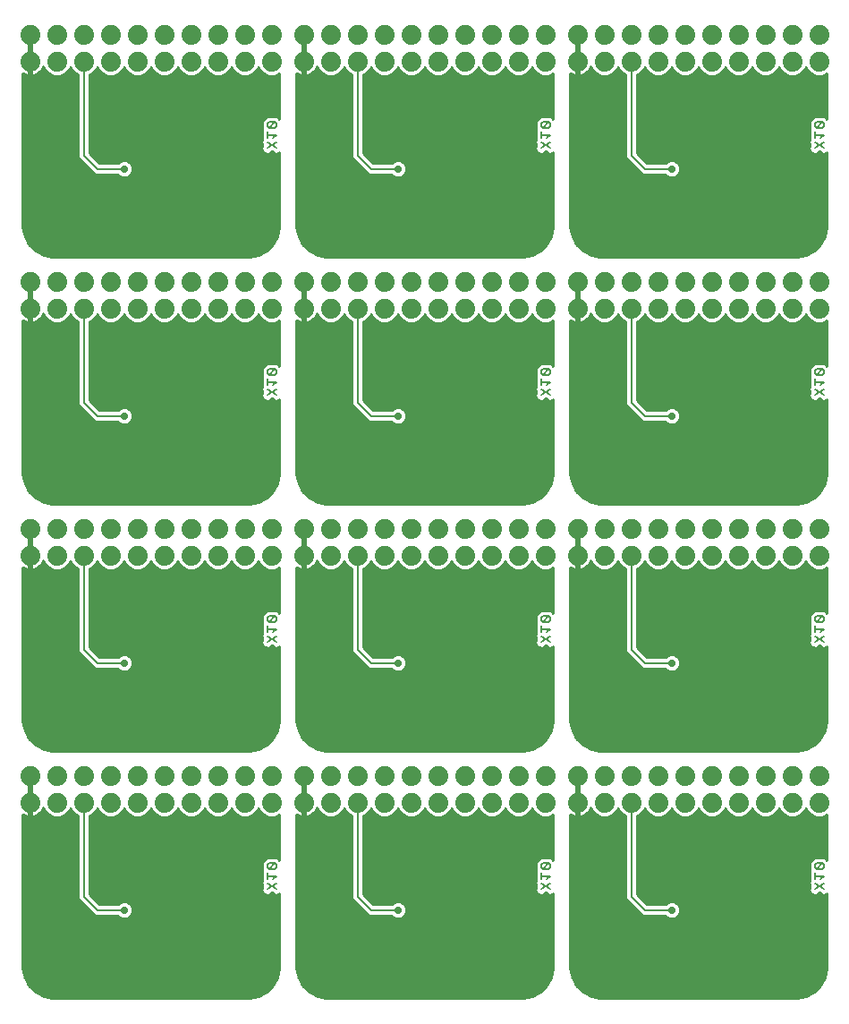
<source format=gbl>
G75*
%MOIN*%
%OFA0B0*%
%FSLAX25Y25*%
%IPPOS*%
%LPD*%
%AMOC8*
5,1,8,0,0,1.08239X$1,22.5*
%
%ADD10C,0.00800*%
%ADD11C,0.07400*%
%ADD12C,0.01000*%
%ADD13C,0.02900*%
D10*
X0108500Y0073333D02*
X0108500Y0108333D01*
X0108500Y0073333D02*
X0113500Y0068333D01*
X0123500Y0068333D01*
X0176900Y0076209D02*
X0180103Y0078344D01*
X0179035Y0079892D02*
X0180103Y0080959D01*
X0176900Y0080959D01*
X0176900Y0079892D02*
X0176900Y0082027D01*
X0177434Y0083575D02*
X0179569Y0085710D01*
X0177434Y0085710D01*
X0176900Y0085176D01*
X0176900Y0084109D01*
X0177434Y0083575D01*
X0179569Y0083575D01*
X0180103Y0084109D01*
X0180103Y0085176D01*
X0179569Y0085710D01*
X0176900Y0078344D02*
X0180103Y0076209D01*
X0210500Y0073333D02*
X0210500Y0108333D01*
X0210500Y0073333D02*
X0215500Y0068333D01*
X0225500Y0068333D01*
X0278900Y0076209D02*
X0282103Y0078344D01*
X0281035Y0079892D02*
X0282103Y0080959D01*
X0278900Y0080959D01*
X0278900Y0079892D02*
X0278900Y0082027D01*
X0279434Y0083575D02*
X0281569Y0085710D01*
X0279434Y0085710D01*
X0278900Y0085176D01*
X0278900Y0084109D01*
X0279434Y0083575D01*
X0281569Y0083575D01*
X0282103Y0084109D01*
X0282103Y0085176D01*
X0281569Y0085710D01*
X0278900Y0078344D02*
X0282103Y0076209D01*
X0312500Y0073333D02*
X0312500Y0108333D01*
X0312500Y0073333D02*
X0317500Y0068333D01*
X0327500Y0068333D01*
X0380900Y0076209D02*
X0384103Y0078344D01*
X0383035Y0079892D02*
X0384103Y0080959D01*
X0380900Y0080959D01*
X0380900Y0079892D02*
X0380900Y0082027D01*
X0381434Y0083575D02*
X0383569Y0085710D01*
X0381434Y0085710D01*
X0380900Y0085176D01*
X0380900Y0084109D01*
X0381434Y0083575D01*
X0383569Y0083575D01*
X0384103Y0084109D01*
X0384103Y0085176D01*
X0383569Y0085710D01*
X0380900Y0078344D02*
X0384103Y0076209D01*
X0327500Y0160333D02*
X0317500Y0160333D01*
X0312500Y0165333D01*
X0312500Y0200333D01*
X0282103Y0177176D02*
X0282103Y0176109D01*
X0281569Y0175575D01*
X0279434Y0175575D01*
X0281569Y0177710D01*
X0279434Y0177710D01*
X0278900Y0177176D01*
X0278900Y0176109D01*
X0279434Y0175575D01*
X0278900Y0174027D02*
X0278900Y0171892D01*
X0278900Y0172959D02*
X0282103Y0172959D01*
X0281035Y0171892D01*
X0282103Y0170344D02*
X0278900Y0168209D01*
X0278900Y0170344D02*
X0282103Y0168209D01*
X0282103Y0177176D02*
X0281569Y0177710D01*
X0225500Y0160333D02*
X0215500Y0160333D01*
X0210500Y0165333D01*
X0210500Y0200333D01*
X0180103Y0177176D02*
X0180103Y0176109D01*
X0179569Y0175575D01*
X0177434Y0175575D01*
X0179569Y0177710D01*
X0177434Y0177710D01*
X0176900Y0177176D01*
X0176900Y0176109D01*
X0177434Y0175575D01*
X0176900Y0174027D02*
X0176900Y0171892D01*
X0176900Y0172959D02*
X0180103Y0172959D01*
X0179035Y0171892D01*
X0180103Y0170344D02*
X0176900Y0168209D01*
X0176900Y0170344D02*
X0180103Y0168209D01*
X0180103Y0177176D02*
X0179569Y0177710D01*
X0123500Y0160333D02*
X0113500Y0160333D01*
X0108500Y0165333D01*
X0108500Y0200333D01*
X0113500Y0252333D02*
X0108500Y0257333D01*
X0108500Y0292333D01*
X0113500Y0252333D02*
X0123500Y0252333D01*
X0176900Y0260209D02*
X0180103Y0262344D01*
X0179035Y0263892D02*
X0180103Y0264959D01*
X0176900Y0264959D01*
X0176900Y0263892D02*
X0176900Y0266027D01*
X0177434Y0267575D02*
X0179569Y0269710D01*
X0177434Y0269710D01*
X0176900Y0269176D01*
X0176900Y0268109D01*
X0177434Y0267575D01*
X0179569Y0267575D01*
X0180103Y0268109D01*
X0180103Y0269176D01*
X0179569Y0269710D01*
X0176900Y0262344D02*
X0180103Y0260209D01*
X0210500Y0257333D02*
X0210500Y0292333D01*
X0210500Y0257333D02*
X0215500Y0252333D01*
X0225500Y0252333D01*
X0278900Y0260209D02*
X0282103Y0262344D01*
X0281035Y0263892D02*
X0282103Y0264959D01*
X0278900Y0264959D01*
X0278900Y0263892D02*
X0278900Y0266027D01*
X0279434Y0267575D02*
X0281569Y0269710D01*
X0279434Y0269710D01*
X0278900Y0269176D01*
X0278900Y0268109D01*
X0279434Y0267575D01*
X0281569Y0267575D01*
X0282103Y0268109D01*
X0282103Y0269176D01*
X0281569Y0269710D01*
X0278900Y0262344D02*
X0282103Y0260209D01*
X0312500Y0257333D02*
X0312500Y0292333D01*
X0312500Y0257333D02*
X0317500Y0252333D01*
X0327500Y0252333D01*
X0380900Y0260209D02*
X0384103Y0262344D01*
X0383035Y0263892D02*
X0384103Y0264959D01*
X0380900Y0264959D01*
X0380900Y0263892D02*
X0380900Y0266027D01*
X0381434Y0267575D02*
X0383569Y0269710D01*
X0381434Y0269710D01*
X0380900Y0269176D01*
X0380900Y0268109D01*
X0381434Y0267575D01*
X0383569Y0267575D01*
X0384103Y0268109D01*
X0384103Y0269176D01*
X0383569Y0269710D01*
X0380900Y0262344D02*
X0384103Y0260209D01*
X0383569Y0177710D02*
X0381434Y0175575D01*
X0380900Y0176109D01*
X0380900Y0177176D01*
X0381434Y0177710D01*
X0383569Y0177710D01*
X0384103Y0177176D01*
X0384103Y0176109D01*
X0383569Y0175575D01*
X0381434Y0175575D01*
X0380900Y0174027D02*
X0380900Y0171892D01*
X0380900Y0172959D02*
X0384103Y0172959D01*
X0383035Y0171892D01*
X0384103Y0170344D02*
X0380900Y0168209D01*
X0380900Y0170344D02*
X0384103Y0168209D01*
X0327500Y0344333D02*
X0317500Y0344333D01*
X0312500Y0349333D01*
X0312500Y0384333D01*
X0282103Y0361176D02*
X0281569Y0361710D01*
X0279434Y0359575D01*
X0278900Y0360109D01*
X0278900Y0361176D01*
X0279434Y0361710D01*
X0281569Y0361710D01*
X0282103Y0361176D02*
X0282103Y0360109D01*
X0281569Y0359575D01*
X0279434Y0359575D01*
X0278900Y0358027D02*
X0278900Y0355892D01*
X0278900Y0356959D02*
X0282103Y0356959D01*
X0281035Y0355892D01*
X0282103Y0354344D02*
X0278900Y0352209D01*
X0278900Y0354344D02*
X0282103Y0352209D01*
X0225500Y0344333D02*
X0215500Y0344333D01*
X0210500Y0349333D01*
X0210500Y0384333D01*
X0180103Y0361176D02*
X0179569Y0361710D01*
X0177434Y0359575D01*
X0176900Y0360109D01*
X0176900Y0361176D01*
X0177434Y0361710D01*
X0179569Y0361710D01*
X0180103Y0361176D02*
X0180103Y0360109D01*
X0179569Y0359575D01*
X0177434Y0359575D01*
X0176900Y0358027D02*
X0176900Y0355892D01*
X0176900Y0356959D02*
X0180103Y0356959D01*
X0179035Y0355892D01*
X0180103Y0354344D02*
X0176900Y0352209D01*
X0176900Y0354344D02*
X0180103Y0352209D01*
X0123500Y0344333D02*
X0113500Y0344333D01*
X0108500Y0349333D01*
X0108500Y0384333D01*
X0380900Y0361176D02*
X0380900Y0360109D01*
X0381434Y0359575D01*
X0383569Y0361710D01*
X0381434Y0361710D01*
X0380900Y0361176D01*
X0381434Y0359575D02*
X0383569Y0359575D01*
X0384103Y0360109D01*
X0384103Y0361176D01*
X0383569Y0361710D01*
X0380900Y0358027D02*
X0380900Y0355892D01*
X0380900Y0356959D02*
X0384103Y0356959D01*
X0383035Y0355892D01*
X0384103Y0354344D02*
X0380900Y0352209D01*
X0380900Y0354344D02*
X0384103Y0352209D01*
D11*
X0382500Y0384333D03*
X0372500Y0384333D03*
X0362500Y0384333D03*
X0352500Y0384333D03*
X0342500Y0384333D03*
X0332500Y0384333D03*
X0322500Y0384333D03*
X0312500Y0384333D03*
X0302500Y0384333D03*
X0292500Y0384333D03*
X0280500Y0384333D03*
X0270500Y0384333D03*
X0260500Y0384333D03*
X0250500Y0384333D03*
X0240500Y0384333D03*
X0230500Y0384333D03*
X0220500Y0384333D03*
X0210500Y0384333D03*
X0200500Y0384333D03*
X0190500Y0384333D03*
X0190500Y0394333D03*
X0200500Y0394333D03*
X0210500Y0394333D03*
X0220500Y0394333D03*
X0230500Y0394333D03*
X0240500Y0394333D03*
X0250500Y0394333D03*
X0260500Y0394333D03*
X0270500Y0394333D03*
X0280500Y0394333D03*
X0292500Y0394333D03*
X0302500Y0394333D03*
X0312500Y0394333D03*
X0322500Y0394333D03*
X0332500Y0394333D03*
X0342500Y0394333D03*
X0352500Y0394333D03*
X0362500Y0394333D03*
X0372500Y0394333D03*
X0382500Y0394333D03*
X0382500Y0302333D03*
X0382500Y0292333D03*
X0372500Y0292333D03*
X0362500Y0292333D03*
X0352500Y0292333D03*
X0342500Y0292333D03*
X0332500Y0292333D03*
X0332500Y0302333D03*
X0342500Y0302333D03*
X0352500Y0302333D03*
X0362500Y0302333D03*
X0372500Y0302333D03*
X0322500Y0302333D03*
X0322500Y0292333D03*
X0312500Y0292333D03*
X0302500Y0292333D03*
X0292500Y0292333D03*
X0292500Y0302333D03*
X0302500Y0302333D03*
X0312500Y0302333D03*
X0280500Y0302333D03*
X0280500Y0292333D03*
X0270500Y0292333D03*
X0270500Y0302333D03*
X0260500Y0302333D03*
X0260500Y0292333D03*
X0250500Y0292333D03*
X0240500Y0292333D03*
X0230500Y0292333D03*
X0220500Y0292333D03*
X0210500Y0292333D03*
X0200500Y0292333D03*
X0190500Y0292333D03*
X0190500Y0302333D03*
X0200500Y0302333D03*
X0210500Y0302333D03*
X0220500Y0302333D03*
X0230500Y0302333D03*
X0240500Y0302333D03*
X0250500Y0302333D03*
X0178500Y0302333D03*
X0178500Y0292333D03*
X0168500Y0292333D03*
X0158500Y0292333D03*
X0148500Y0292333D03*
X0138500Y0292333D03*
X0128500Y0292333D03*
X0128500Y0302333D03*
X0138500Y0302333D03*
X0148500Y0302333D03*
X0158500Y0302333D03*
X0168500Y0302333D03*
X0118500Y0302333D03*
X0118500Y0292333D03*
X0108500Y0292333D03*
X0098500Y0292333D03*
X0088500Y0292333D03*
X0088500Y0302333D03*
X0098500Y0302333D03*
X0108500Y0302333D03*
X0108500Y0384333D03*
X0098500Y0384333D03*
X0088500Y0384333D03*
X0088500Y0394333D03*
X0098500Y0394333D03*
X0108500Y0394333D03*
X0118500Y0394333D03*
X0118500Y0384333D03*
X0128500Y0384333D03*
X0138500Y0384333D03*
X0148500Y0384333D03*
X0158500Y0384333D03*
X0168500Y0384333D03*
X0178500Y0384333D03*
X0178500Y0394333D03*
X0168500Y0394333D03*
X0158500Y0394333D03*
X0148500Y0394333D03*
X0138500Y0394333D03*
X0128500Y0394333D03*
X0128500Y0210333D03*
X0128500Y0200333D03*
X0138500Y0200333D03*
X0148500Y0200333D03*
X0158500Y0200333D03*
X0168500Y0200333D03*
X0178500Y0200333D03*
X0178500Y0210333D03*
X0168500Y0210333D03*
X0158500Y0210333D03*
X0148500Y0210333D03*
X0138500Y0210333D03*
X0118500Y0210333D03*
X0118500Y0200333D03*
X0108500Y0200333D03*
X0098500Y0200333D03*
X0088500Y0200333D03*
X0088500Y0210333D03*
X0098500Y0210333D03*
X0108500Y0210333D03*
X0190500Y0210333D03*
X0190500Y0200333D03*
X0200500Y0200333D03*
X0210500Y0200333D03*
X0220500Y0200333D03*
X0230500Y0200333D03*
X0240500Y0200333D03*
X0250500Y0200333D03*
X0260500Y0200333D03*
X0260500Y0210333D03*
X0250500Y0210333D03*
X0240500Y0210333D03*
X0230500Y0210333D03*
X0220500Y0210333D03*
X0210500Y0210333D03*
X0200500Y0210333D03*
X0270500Y0210333D03*
X0270500Y0200333D03*
X0280500Y0200333D03*
X0280500Y0210333D03*
X0292500Y0210333D03*
X0292500Y0200333D03*
X0302500Y0200333D03*
X0312500Y0200333D03*
X0322500Y0200333D03*
X0322500Y0210333D03*
X0312500Y0210333D03*
X0302500Y0210333D03*
X0332500Y0210333D03*
X0332500Y0200333D03*
X0342500Y0200333D03*
X0352500Y0200333D03*
X0362500Y0200333D03*
X0372500Y0200333D03*
X0382500Y0200333D03*
X0382500Y0210333D03*
X0372500Y0210333D03*
X0362500Y0210333D03*
X0352500Y0210333D03*
X0342500Y0210333D03*
X0342500Y0118333D03*
X0342500Y0108333D03*
X0332500Y0108333D03*
X0332500Y0118333D03*
X0322500Y0118333D03*
X0322500Y0108333D03*
X0312500Y0108333D03*
X0302500Y0108333D03*
X0292500Y0108333D03*
X0292500Y0118333D03*
X0302500Y0118333D03*
X0312500Y0118333D03*
X0280500Y0118333D03*
X0280500Y0108333D03*
X0270500Y0108333D03*
X0270500Y0118333D03*
X0260500Y0118333D03*
X0260500Y0108333D03*
X0250500Y0108333D03*
X0240500Y0108333D03*
X0230500Y0108333D03*
X0220500Y0108333D03*
X0210500Y0108333D03*
X0200500Y0108333D03*
X0190500Y0108333D03*
X0190500Y0118333D03*
X0200500Y0118333D03*
X0210500Y0118333D03*
X0220500Y0118333D03*
X0230500Y0118333D03*
X0240500Y0118333D03*
X0250500Y0118333D03*
X0178500Y0118333D03*
X0178500Y0108333D03*
X0168500Y0108333D03*
X0158500Y0108333D03*
X0148500Y0108333D03*
X0138500Y0108333D03*
X0128500Y0108333D03*
X0128500Y0118333D03*
X0138500Y0118333D03*
X0148500Y0118333D03*
X0158500Y0118333D03*
X0168500Y0118333D03*
X0118500Y0118333D03*
X0118500Y0108333D03*
X0108500Y0108333D03*
X0098500Y0108333D03*
X0088500Y0108333D03*
X0088500Y0118333D03*
X0098500Y0118333D03*
X0108500Y0118333D03*
X0352500Y0118333D03*
X0352500Y0108333D03*
X0362500Y0108333D03*
X0372500Y0108333D03*
X0382500Y0108333D03*
X0382500Y0118333D03*
X0372500Y0118333D03*
X0362500Y0118333D03*
D12*
X0085649Y0046558D02*
X0086440Y0043269D01*
X0088094Y0040319D01*
X0090485Y0037927D01*
X0093436Y0036274D01*
X0096725Y0035483D01*
X0098367Y0035433D01*
X0098459Y0035433D01*
X0099288Y0035465D01*
X0099323Y0035433D01*
X0167677Y0035433D01*
X0167712Y0035465D01*
X0168541Y0035433D01*
X0168633Y0035433D01*
X0170275Y0035483D01*
X0173564Y0036274D01*
X0176515Y0037927D01*
X0178906Y0040319D01*
X0180560Y0043269D01*
X0181351Y0046558D01*
X0181400Y0048200D01*
X0181400Y0048293D01*
X0181368Y0049121D01*
X0181400Y0049156D01*
X0181400Y0074369D01*
X0181368Y0074320D01*
X0179662Y0073979D01*
X0178501Y0074752D01*
X0177341Y0073979D01*
X0175635Y0074320D01*
X0174670Y0075767D01*
X0174972Y0077276D01*
X0174670Y0078785D01*
X0174817Y0079005D01*
X0174800Y0079022D01*
X0174800Y0082897D01*
X0174971Y0083068D01*
X0174800Y0083239D01*
X0174800Y0086046D01*
X0176030Y0087276D01*
X0176564Y0087810D01*
X0180439Y0087810D01*
X0180510Y0087739D01*
X0181400Y0086849D01*
X0181400Y0103690D01*
X0179574Y0102933D01*
X0177426Y0102933D01*
X0175441Y0103755D01*
X0173922Y0105274D01*
X0173500Y0106294D01*
X0173078Y0105274D01*
X0171559Y0103755D01*
X0169574Y0102933D01*
X0167426Y0102933D01*
X0165441Y0103755D01*
X0163922Y0105274D01*
X0163500Y0106294D01*
X0163078Y0105274D01*
X0161559Y0103755D01*
X0159574Y0102933D01*
X0157426Y0102933D01*
X0155441Y0103755D01*
X0153922Y0105274D01*
X0153500Y0106294D01*
X0153078Y0105274D01*
X0151559Y0103755D01*
X0149574Y0102933D01*
X0147426Y0102933D01*
X0145441Y0103755D01*
X0143922Y0105274D01*
X0143500Y0106294D01*
X0143078Y0105274D01*
X0141559Y0103755D01*
X0139574Y0102933D01*
X0137426Y0102933D01*
X0135441Y0103755D01*
X0133922Y0105274D01*
X0133500Y0106294D01*
X0133078Y0105274D01*
X0131559Y0103755D01*
X0129574Y0102933D01*
X0127426Y0102933D01*
X0125441Y0103755D01*
X0123922Y0105274D01*
X0123500Y0106294D01*
X0123078Y0105274D01*
X0121559Y0103755D01*
X0119574Y0102933D01*
X0117426Y0102933D01*
X0115441Y0103755D01*
X0113922Y0105274D01*
X0113500Y0106294D01*
X0113078Y0105274D01*
X0111559Y0103755D01*
X0110600Y0103358D01*
X0110600Y0074203D01*
X0114370Y0070433D01*
X0121145Y0070433D01*
X0121716Y0071004D01*
X0122873Y0071483D01*
X0124127Y0071483D01*
X0125284Y0071004D01*
X0126170Y0070118D01*
X0126650Y0068960D01*
X0126650Y0067707D01*
X0126170Y0066549D01*
X0125284Y0065663D01*
X0124127Y0065183D01*
X0122873Y0065183D01*
X0121716Y0065663D01*
X0121145Y0066233D01*
X0112630Y0066233D01*
X0106400Y0072463D01*
X0106400Y0103358D01*
X0105441Y0103755D01*
X0103922Y0105274D01*
X0103500Y0106294D01*
X0103078Y0105274D01*
X0101559Y0103755D01*
X0099574Y0102933D01*
X0097426Y0102933D01*
X0095441Y0103755D01*
X0093922Y0105274D01*
X0093391Y0106558D01*
X0093319Y0106337D01*
X0092947Y0105608D01*
X0092466Y0104946D01*
X0091888Y0104367D01*
X0091225Y0103886D01*
X0090496Y0103514D01*
X0089718Y0103261D01*
X0089000Y0103148D01*
X0089000Y0107833D01*
X0088000Y0107833D01*
X0088000Y0103148D01*
X0087282Y0103261D01*
X0086504Y0103514D01*
X0085775Y0103886D01*
X0085600Y0104013D01*
X0085600Y0049156D01*
X0085632Y0049121D01*
X0085600Y0048293D01*
X0085600Y0048200D01*
X0085649Y0046558D01*
X0085708Y0046314D02*
X0181292Y0046314D01*
X0181373Y0047312D02*
X0085627Y0047312D01*
X0085601Y0048311D02*
X0181399Y0048311D01*
X0181400Y0049310D02*
X0085600Y0049310D01*
X0085600Y0050308D02*
X0181400Y0050308D01*
X0181400Y0051307D02*
X0085600Y0051307D01*
X0085600Y0052305D02*
X0181400Y0052305D01*
X0181400Y0053304D02*
X0085600Y0053304D01*
X0085600Y0054302D02*
X0181400Y0054302D01*
X0181400Y0055301D02*
X0085600Y0055301D01*
X0085600Y0056299D02*
X0181400Y0056299D01*
X0181400Y0057298D02*
X0085600Y0057298D01*
X0085600Y0058296D02*
X0181400Y0058296D01*
X0181400Y0059295D02*
X0085600Y0059295D01*
X0085600Y0060293D02*
X0181400Y0060293D01*
X0181400Y0061292D02*
X0085600Y0061292D01*
X0085600Y0062290D02*
X0181400Y0062290D01*
X0181400Y0063289D02*
X0085600Y0063289D01*
X0085600Y0064287D02*
X0181400Y0064287D01*
X0181400Y0065286D02*
X0124374Y0065286D01*
X0122626Y0065286D02*
X0085600Y0065286D01*
X0085600Y0066284D02*
X0112579Y0066284D01*
X0111581Y0067283D02*
X0085600Y0067283D01*
X0085600Y0068281D02*
X0110582Y0068281D01*
X0109584Y0069280D02*
X0085600Y0069280D01*
X0085600Y0070278D02*
X0108585Y0070278D01*
X0107587Y0071277D02*
X0085600Y0071277D01*
X0085600Y0072275D02*
X0106588Y0072275D01*
X0106400Y0073274D02*
X0085600Y0073274D01*
X0085600Y0074272D02*
X0106400Y0074272D01*
X0106400Y0075271D02*
X0085600Y0075271D01*
X0085600Y0076269D02*
X0106400Y0076269D01*
X0106400Y0077268D02*
X0085600Y0077268D01*
X0085600Y0078266D02*
X0106400Y0078266D01*
X0106400Y0079265D02*
X0085600Y0079265D01*
X0085600Y0080263D02*
X0106400Y0080263D01*
X0106400Y0081262D02*
X0085600Y0081262D01*
X0085600Y0082260D02*
X0106400Y0082260D01*
X0106400Y0083259D02*
X0085600Y0083259D01*
X0085600Y0084257D02*
X0106400Y0084257D01*
X0106400Y0085256D02*
X0085600Y0085256D01*
X0085600Y0086254D02*
X0106400Y0086254D01*
X0106400Y0087253D02*
X0085600Y0087253D01*
X0085600Y0088251D02*
X0106400Y0088251D01*
X0106400Y0089250D02*
X0085600Y0089250D01*
X0085600Y0090248D02*
X0106400Y0090248D01*
X0106400Y0091247D02*
X0085600Y0091247D01*
X0085600Y0092245D02*
X0106400Y0092245D01*
X0106400Y0093244D02*
X0085600Y0093244D01*
X0085600Y0094243D02*
X0106400Y0094243D01*
X0106400Y0095241D02*
X0085600Y0095241D01*
X0085600Y0096240D02*
X0106400Y0096240D01*
X0106400Y0097238D02*
X0085600Y0097238D01*
X0085600Y0098237D02*
X0106400Y0098237D01*
X0106400Y0099235D02*
X0085600Y0099235D01*
X0085600Y0100234D02*
X0106400Y0100234D01*
X0106400Y0101232D02*
X0085600Y0101232D01*
X0085600Y0102231D02*
X0106400Y0102231D01*
X0106400Y0103229D02*
X0100288Y0103229D01*
X0102031Y0104228D02*
X0104969Y0104228D01*
X0103970Y0105226D02*
X0103030Y0105226D01*
X0103471Y0106225D02*
X0103529Y0106225D01*
X0096712Y0103229D02*
X0089514Y0103229D01*
X0089000Y0103229D02*
X0088000Y0103229D01*
X0087486Y0103229D02*
X0085600Y0103229D01*
X0088000Y0104228D02*
X0089000Y0104228D01*
X0089000Y0105226D02*
X0088000Y0105226D01*
X0088000Y0106225D02*
X0089000Y0106225D01*
X0089000Y0107223D02*
X0088000Y0107223D01*
X0088000Y0108833D02*
X0088000Y0117833D01*
X0089000Y0117833D01*
X0089000Y0113148D01*
X0089000Y0108833D01*
X0088000Y0108833D01*
X0088000Y0109220D02*
X0089000Y0109220D01*
X0089000Y0110219D02*
X0088000Y0110219D01*
X0088000Y0111217D02*
X0089000Y0111217D01*
X0089000Y0112216D02*
X0088000Y0112216D01*
X0088000Y0113214D02*
X0089000Y0113214D01*
X0089000Y0114213D02*
X0088000Y0114213D01*
X0088000Y0115211D02*
X0089000Y0115211D01*
X0089000Y0116210D02*
X0088000Y0116210D01*
X0088000Y0117208D02*
X0089000Y0117208D01*
X0093436Y0128274D02*
X0090485Y0129927D01*
X0088094Y0132319D01*
X0086440Y0135269D01*
X0085649Y0138558D01*
X0085600Y0140200D01*
X0085600Y0140293D01*
X0085632Y0141121D01*
X0085600Y0141156D01*
X0085600Y0196013D01*
X0085775Y0195886D01*
X0086504Y0195514D01*
X0087282Y0195261D01*
X0088000Y0195148D01*
X0088000Y0199833D01*
X0089000Y0199833D01*
X0089000Y0195148D01*
X0089718Y0195261D01*
X0090496Y0195514D01*
X0091225Y0195886D01*
X0091888Y0196367D01*
X0092466Y0196946D01*
X0092947Y0197608D01*
X0093319Y0198337D01*
X0093391Y0198558D01*
X0093922Y0197274D01*
X0095441Y0195755D01*
X0097426Y0194933D01*
X0099574Y0194933D01*
X0101559Y0195755D01*
X0103078Y0197274D01*
X0103500Y0198294D01*
X0103922Y0197274D01*
X0105441Y0195755D01*
X0106400Y0195358D01*
X0106400Y0164463D01*
X0107630Y0163233D01*
X0112630Y0158233D01*
X0121145Y0158233D01*
X0121716Y0157663D01*
X0122873Y0157183D01*
X0124127Y0157183D01*
X0125284Y0157663D01*
X0126170Y0158549D01*
X0126650Y0159707D01*
X0126650Y0160960D01*
X0126170Y0162118D01*
X0125284Y0163004D01*
X0124127Y0163483D01*
X0122873Y0163483D01*
X0121716Y0163004D01*
X0121145Y0162433D01*
X0114370Y0162433D01*
X0110600Y0166203D01*
X0110600Y0195358D01*
X0111559Y0195755D01*
X0113078Y0197274D01*
X0113500Y0198294D01*
X0113922Y0197274D01*
X0115441Y0195755D01*
X0117426Y0194933D01*
X0119574Y0194933D01*
X0121559Y0195755D01*
X0123078Y0197274D01*
X0123500Y0198294D01*
X0123922Y0197274D01*
X0125441Y0195755D01*
X0127426Y0194933D01*
X0129574Y0194933D01*
X0131559Y0195755D01*
X0133078Y0197274D01*
X0133500Y0198294D01*
X0133922Y0197274D01*
X0135441Y0195755D01*
X0137426Y0194933D01*
X0139574Y0194933D01*
X0141559Y0195755D01*
X0143078Y0197274D01*
X0143500Y0198294D01*
X0143922Y0197274D01*
X0145441Y0195755D01*
X0147426Y0194933D01*
X0149574Y0194933D01*
X0151559Y0195755D01*
X0153078Y0197274D01*
X0153500Y0198294D01*
X0153922Y0197274D01*
X0155441Y0195755D01*
X0157426Y0194933D01*
X0159574Y0194933D01*
X0161559Y0195755D01*
X0163078Y0197274D01*
X0163500Y0198294D01*
X0163922Y0197274D01*
X0165441Y0195755D01*
X0167426Y0194933D01*
X0169574Y0194933D01*
X0171559Y0195755D01*
X0173078Y0197274D01*
X0173500Y0198294D01*
X0173922Y0197274D01*
X0175441Y0195755D01*
X0177426Y0194933D01*
X0179574Y0194933D01*
X0181400Y0195690D01*
X0181400Y0178849D01*
X0180510Y0179739D01*
X0180439Y0179810D01*
X0176564Y0179810D01*
X0176030Y0179276D01*
X0174800Y0178046D01*
X0174800Y0175239D01*
X0174971Y0175068D01*
X0174800Y0174897D01*
X0174800Y0171022D01*
X0174817Y0171005D01*
X0174670Y0170785D01*
X0174972Y0169276D01*
X0174670Y0167767D01*
X0175635Y0166320D01*
X0177341Y0165979D01*
X0178501Y0166752D01*
X0179662Y0165979D01*
X0181368Y0166320D01*
X0181400Y0166369D01*
X0181400Y0141156D01*
X0181368Y0141121D01*
X0181400Y0140293D01*
X0181400Y0140200D01*
X0181351Y0138558D01*
X0180560Y0135269D01*
X0178906Y0132319D01*
X0176515Y0129927D01*
X0173564Y0128274D01*
X0170275Y0127483D01*
X0168633Y0127433D01*
X0168541Y0127433D01*
X0167712Y0127465D01*
X0167677Y0127433D01*
X0099323Y0127433D01*
X0099288Y0127465D01*
X0098459Y0127433D01*
X0098367Y0127433D01*
X0096725Y0127483D01*
X0093436Y0128274D01*
X0093776Y0128192D02*
X0173224Y0128192D01*
X0175200Y0129190D02*
X0091800Y0129190D01*
X0090224Y0130189D02*
X0176776Y0130189D01*
X0177775Y0131187D02*
X0089225Y0131187D01*
X0088227Y0132186D02*
X0178773Y0132186D01*
X0179391Y0133184D02*
X0087609Y0133184D01*
X0087049Y0134183D02*
X0179951Y0134183D01*
X0180510Y0135181D02*
X0086490Y0135181D01*
X0086221Y0136180D02*
X0180779Y0136180D01*
X0181019Y0137179D02*
X0085981Y0137179D01*
X0085741Y0138177D02*
X0181259Y0138177D01*
X0181369Y0139176D02*
X0085631Y0139176D01*
X0085601Y0140174D02*
X0181399Y0140174D01*
X0181400Y0141173D02*
X0085600Y0141173D01*
X0085600Y0142171D02*
X0181400Y0142171D01*
X0181400Y0143170D02*
X0085600Y0143170D01*
X0085600Y0144168D02*
X0181400Y0144168D01*
X0181400Y0145167D02*
X0085600Y0145167D01*
X0085600Y0146165D02*
X0181400Y0146165D01*
X0181400Y0147164D02*
X0085600Y0147164D01*
X0085600Y0148162D02*
X0181400Y0148162D01*
X0181400Y0149161D02*
X0085600Y0149161D01*
X0085600Y0150159D02*
X0181400Y0150159D01*
X0181400Y0151158D02*
X0085600Y0151158D01*
X0085600Y0152156D02*
X0181400Y0152156D01*
X0181400Y0153155D02*
X0085600Y0153155D01*
X0085600Y0154153D02*
X0181400Y0154153D01*
X0181400Y0155152D02*
X0085600Y0155152D01*
X0085600Y0156150D02*
X0181400Y0156150D01*
X0181400Y0157149D02*
X0085600Y0157149D01*
X0085600Y0158147D02*
X0121231Y0158147D01*
X0125769Y0158147D02*
X0181400Y0158147D01*
X0181400Y0159146D02*
X0126418Y0159146D01*
X0126650Y0160144D02*
X0181400Y0160144D01*
X0181400Y0161143D02*
X0126574Y0161143D01*
X0126147Y0162141D02*
X0181400Y0162141D01*
X0181400Y0163140D02*
X0124956Y0163140D01*
X0122044Y0163140D02*
X0113663Y0163140D01*
X0112665Y0164138D02*
X0181400Y0164138D01*
X0181400Y0165137D02*
X0111666Y0165137D01*
X0110668Y0166135D02*
X0176558Y0166135D01*
X0177576Y0166135D02*
X0179427Y0166135D01*
X0180444Y0166135D02*
X0181400Y0166135D01*
X0187600Y0166135D02*
X0208400Y0166135D01*
X0208400Y0165137D02*
X0187600Y0165137D01*
X0187600Y0164138D02*
X0208725Y0164138D01*
X0208400Y0164463D02*
X0209630Y0163233D01*
X0214630Y0158233D01*
X0223145Y0158233D01*
X0223716Y0157663D01*
X0224873Y0157183D01*
X0226127Y0157183D01*
X0227284Y0157663D01*
X0228170Y0158549D01*
X0228650Y0159707D01*
X0228650Y0160960D01*
X0228170Y0162118D01*
X0227284Y0163004D01*
X0226127Y0163483D01*
X0224873Y0163483D01*
X0223716Y0163004D01*
X0223145Y0162433D01*
X0216370Y0162433D01*
X0212600Y0166203D01*
X0212600Y0195358D01*
X0213559Y0195755D01*
X0215078Y0197274D01*
X0215500Y0198294D01*
X0215922Y0197274D01*
X0217441Y0195755D01*
X0219426Y0194933D01*
X0221574Y0194933D01*
X0223559Y0195755D01*
X0225078Y0197274D01*
X0225500Y0198294D01*
X0225922Y0197274D01*
X0227441Y0195755D01*
X0229426Y0194933D01*
X0231574Y0194933D01*
X0233559Y0195755D01*
X0235078Y0197274D01*
X0235500Y0198294D01*
X0235922Y0197274D01*
X0237441Y0195755D01*
X0239426Y0194933D01*
X0241574Y0194933D01*
X0243559Y0195755D01*
X0245078Y0197274D01*
X0245500Y0198294D01*
X0245922Y0197274D01*
X0247441Y0195755D01*
X0249426Y0194933D01*
X0251574Y0194933D01*
X0253559Y0195755D01*
X0255078Y0197274D01*
X0255500Y0198294D01*
X0255922Y0197274D01*
X0257441Y0195755D01*
X0259426Y0194933D01*
X0261574Y0194933D01*
X0263559Y0195755D01*
X0265078Y0197274D01*
X0265500Y0198294D01*
X0265922Y0197274D01*
X0267441Y0195755D01*
X0269426Y0194933D01*
X0271574Y0194933D01*
X0273559Y0195755D01*
X0275078Y0197274D01*
X0275500Y0198294D01*
X0275922Y0197274D01*
X0277441Y0195755D01*
X0279426Y0194933D01*
X0281574Y0194933D01*
X0283400Y0195690D01*
X0283400Y0178849D01*
X0282510Y0179739D01*
X0282439Y0179810D01*
X0278564Y0179810D01*
X0278030Y0179276D01*
X0276800Y0178046D01*
X0276800Y0175239D01*
X0276971Y0175068D01*
X0276800Y0174897D01*
X0276800Y0171022D01*
X0276817Y0171005D01*
X0276670Y0170785D01*
X0276972Y0169276D01*
X0276670Y0167767D01*
X0277635Y0166320D01*
X0279341Y0165979D01*
X0280501Y0166752D01*
X0281662Y0165979D01*
X0283368Y0166320D01*
X0283400Y0166369D01*
X0283400Y0141156D01*
X0283368Y0141121D01*
X0283400Y0140293D01*
X0283400Y0140200D01*
X0283351Y0138558D01*
X0282560Y0135269D01*
X0280906Y0132319D01*
X0278515Y0129927D01*
X0275564Y0128274D01*
X0272275Y0127483D01*
X0270633Y0127433D01*
X0270541Y0127433D01*
X0269712Y0127465D01*
X0269677Y0127433D01*
X0201323Y0127433D01*
X0201288Y0127465D01*
X0200459Y0127433D01*
X0200367Y0127433D01*
X0198725Y0127483D01*
X0195436Y0128274D01*
X0192485Y0129927D01*
X0190094Y0132319D01*
X0188440Y0135269D01*
X0187649Y0138558D01*
X0187600Y0140200D01*
X0187600Y0140293D01*
X0187632Y0141121D01*
X0187600Y0141156D01*
X0187600Y0196013D01*
X0187775Y0195886D01*
X0188504Y0195514D01*
X0189282Y0195261D01*
X0190000Y0195148D01*
X0190000Y0199833D01*
X0191000Y0199833D01*
X0191000Y0195148D01*
X0191718Y0195261D01*
X0192496Y0195514D01*
X0193225Y0195886D01*
X0193888Y0196367D01*
X0194466Y0196946D01*
X0194947Y0197608D01*
X0195319Y0198337D01*
X0195391Y0198558D01*
X0195922Y0197274D01*
X0197441Y0195755D01*
X0199426Y0194933D01*
X0201574Y0194933D01*
X0203559Y0195755D01*
X0205078Y0197274D01*
X0205500Y0198294D01*
X0205922Y0197274D01*
X0207441Y0195755D01*
X0208400Y0195358D01*
X0208400Y0164463D01*
X0209724Y0163140D02*
X0187600Y0163140D01*
X0187600Y0162141D02*
X0210722Y0162141D01*
X0211721Y0161143D02*
X0187600Y0161143D01*
X0187600Y0160144D02*
X0212719Y0160144D01*
X0213718Y0159146D02*
X0187600Y0159146D01*
X0187600Y0158147D02*
X0223231Y0158147D01*
X0227769Y0158147D02*
X0283400Y0158147D01*
X0283400Y0157149D02*
X0187600Y0157149D01*
X0187600Y0156150D02*
X0283400Y0156150D01*
X0283400Y0155152D02*
X0187600Y0155152D01*
X0187600Y0154153D02*
X0283400Y0154153D01*
X0283400Y0153155D02*
X0187600Y0153155D01*
X0187600Y0152156D02*
X0283400Y0152156D01*
X0283400Y0151158D02*
X0187600Y0151158D01*
X0187600Y0150159D02*
X0283400Y0150159D01*
X0283400Y0149161D02*
X0187600Y0149161D01*
X0187600Y0148162D02*
X0283400Y0148162D01*
X0283400Y0147164D02*
X0187600Y0147164D01*
X0187600Y0146165D02*
X0283400Y0146165D01*
X0283400Y0145167D02*
X0187600Y0145167D01*
X0187600Y0144168D02*
X0283400Y0144168D01*
X0283400Y0143170D02*
X0187600Y0143170D01*
X0187600Y0142171D02*
X0283400Y0142171D01*
X0283400Y0141173D02*
X0187600Y0141173D01*
X0187601Y0140174D02*
X0283399Y0140174D01*
X0283369Y0139176D02*
X0187631Y0139176D01*
X0187741Y0138177D02*
X0283259Y0138177D01*
X0283019Y0137179D02*
X0187981Y0137179D01*
X0188221Y0136180D02*
X0282779Y0136180D01*
X0282510Y0135181D02*
X0188490Y0135181D01*
X0189049Y0134183D02*
X0281951Y0134183D01*
X0281391Y0133184D02*
X0189609Y0133184D01*
X0190227Y0132186D02*
X0280773Y0132186D01*
X0279775Y0131187D02*
X0191225Y0131187D01*
X0192224Y0130189D02*
X0278776Y0130189D01*
X0277200Y0129190D02*
X0193800Y0129190D01*
X0195776Y0128192D02*
X0275224Y0128192D01*
X0290440Y0135269D02*
X0289649Y0138558D01*
X0289600Y0140200D01*
X0289600Y0140293D01*
X0289632Y0141121D01*
X0289600Y0141156D01*
X0289600Y0196013D01*
X0289775Y0195886D01*
X0290504Y0195514D01*
X0291282Y0195261D01*
X0292000Y0195148D01*
X0292000Y0199833D01*
X0293000Y0199833D01*
X0293000Y0195148D01*
X0293718Y0195261D01*
X0294496Y0195514D01*
X0295225Y0195886D01*
X0295888Y0196367D01*
X0296466Y0196946D01*
X0296947Y0197608D01*
X0297319Y0198337D01*
X0297391Y0198558D01*
X0297922Y0197274D01*
X0299441Y0195755D01*
X0301426Y0194933D01*
X0303574Y0194933D01*
X0305559Y0195755D01*
X0307078Y0197274D01*
X0307500Y0198294D01*
X0307922Y0197274D01*
X0309441Y0195755D01*
X0310400Y0195358D01*
X0310400Y0164463D01*
X0311630Y0163233D01*
X0316630Y0158233D01*
X0325145Y0158233D01*
X0325716Y0157663D01*
X0326873Y0157183D01*
X0328127Y0157183D01*
X0329284Y0157663D01*
X0330170Y0158549D01*
X0330650Y0159707D01*
X0330650Y0160960D01*
X0330170Y0162118D01*
X0329284Y0163004D01*
X0328127Y0163483D01*
X0326873Y0163483D01*
X0325716Y0163004D01*
X0325145Y0162433D01*
X0318370Y0162433D01*
X0314600Y0166203D01*
X0314600Y0195358D01*
X0315559Y0195755D01*
X0317078Y0197274D01*
X0317500Y0198294D01*
X0317922Y0197274D01*
X0319441Y0195755D01*
X0321426Y0194933D01*
X0323574Y0194933D01*
X0325559Y0195755D01*
X0327078Y0197274D01*
X0327500Y0198294D01*
X0327922Y0197274D01*
X0329441Y0195755D01*
X0331426Y0194933D01*
X0333574Y0194933D01*
X0335559Y0195755D01*
X0337078Y0197274D01*
X0337500Y0198294D01*
X0337922Y0197274D01*
X0339441Y0195755D01*
X0341426Y0194933D01*
X0343574Y0194933D01*
X0345559Y0195755D01*
X0347078Y0197274D01*
X0347500Y0198294D01*
X0347922Y0197274D01*
X0349441Y0195755D01*
X0351426Y0194933D01*
X0353574Y0194933D01*
X0355559Y0195755D01*
X0357078Y0197274D01*
X0357500Y0198294D01*
X0357922Y0197274D01*
X0359441Y0195755D01*
X0361426Y0194933D01*
X0363574Y0194933D01*
X0365559Y0195755D01*
X0367078Y0197274D01*
X0367500Y0198294D01*
X0367922Y0197274D01*
X0369441Y0195755D01*
X0371426Y0194933D01*
X0373574Y0194933D01*
X0375559Y0195755D01*
X0377078Y0197274D01*
X0377500Y0198294D01*
X0377922Y0197274D01*
X0379441Y0195755D01*
X0381426Y0194933D01*
X0383574Y0194933D01*
X0385400Y0195690D01*
X0385400Y0178849D01*
X0384510Y0179739D01*
X0384439Y0179810D01*
X0380564Y0179810D01*
X0380030Y0179276D01*
X0378800Y0178046D01*
X0378800Y0175239D01*
X0378971Y0175068D01*
X0378800Y0174897D01*
X0378800Y0171022D01*
X0378817Y0171005D01*
X0378670Y0170785D01*
X0378972Y0169276D01*
X0378670Y0167767D01*
X0379635Y0166320D01*
X0381341Y0165979D01*
X0382501Y0166752D01*
X0383662Y0165979D01*
X0385368Y0166320D01*
X0385400Y0166369D01*
X0385400Y0141156D01*
X0385368Y0141121D01*
X0385400Y0140293D01*
X0385400Y0140200D01*
X0385351Y0138558D01*
X0384560Y0135269D01*
X0382906Y0132319D01*
X0380515Y0129927D01*
X0377564Y0128274D01*
X0374275Y0127483D01*
X0372633Y0127433D01*
X0372541Y0127433D01*
X0371712Y0127465D01*
X0371677Y0127433D01*
X0303323Y0127433D01*
X0303288Y0127465D01*
X0302459Y0127433D01*
X0302367Y0127433D01*
X0300725Y0127483D01*
X0297436Y0128274D01*
X0294485Y0129927D01*
X0292094Y0132319D01*
X0290440Y0135269D01*
X0290490Y0135181D02*
X0384510Y0135181D01*
X0384779Y0136180D02*
X0290221Y0136180D01*
X0289981Y0137179D02*
X0385019Y0137179D01*
X0385259Y0138177D02*
X0289741Y0138177D01*
X0289631Y0139176D02*
X0385369Y0139176D01*
X0385399Y0140174D02*
X0289601Y0140174D01*
X0289600Y0141173D02*
X0385400Y0141173D01*
X0385400Y0142171D02*
X0289600Y0142171D01*
X0289600Y0143170D02*
X0385400Y0143170D01*
X0385400Y0144168D02*
X0289600Y0144168D01*
X0289600Y0145167D02*
X0385400Y0145167D01*
X0385400Y0146165D02*
X0289600Y0146165D01*
X0289600Y0147164D02*
X0385400Y0147164D01*
X0385400Y0148162D02*
X0289600Y0148162D01*
X0289600Y0149161D02*
X0385400Y0149161D01*
X0385400Y0150159D02*
X0289600Y0150159D01*
X0289600Y0151158D02*
X0385400Y0151158D01*
X0385400Y0152156D02*
X0289600Y0152156D01*
X0289600Y0153155D02*
X0385400Y0153155D01*
X0385400Y0154153D02*
X0289600Y0154153D01*
X0289600Y0155152D02*
X0385400Y0155152D01*
X0385400Y0156150D02*
X0289600Y0156150D01*
X0289600Y0157149D02*
X0385400Y0157149D01*
X0385400Y0158147D02*
X0329769Y0158147D01*
X0330418Y0159146D02*
X0385400Y0159146D01*
X0385400Y0160144D02*
X0330650Y0160144D01*
X0330574Y0161143D02*
X0385400Y0161143D01*
X0385400Y0162141D02*
X0330147Y0162141D01*
X0328956Y0163140D02*
X0385400Y0163140D01*
X0385400Y0164138D02*
X0316665Y0164138D01*
X0317663Y0163140D02*
X0326044Y0163140D01*
X0325231Y0158147D02*
X0289600Y0158147D01*
X0289600Y0159146D02*
X0315718Y0159146D01*
X0314719Y0160144D02*
X0289600Y0160144D01*
X0289600Y0161143D02*
X0313721Y0161143D01*
X0312722Y0162141D02*
X0289600Y0162141D01*
X0289600Y0163140D02*
X0311724Y0163140D01*
X0310725Y0164138D02*
X0289600Y0164138D01*
X0289600Y0165137D02*
X0310400Y0165137D01*
X0310400Y0166135D02*
X0289600Y0166135D01*
X0289600Y0167134D02*
X0310400Y0167134D01*
X0310400Y0168132D02*
X0289600Y0168132D01*
X0289600Y0169131D02*
X0310400Y0169131D01*
X0310400Y0170129D02*
X0289600Y0170129D01*
X0289600Y0171128D02*
X0310400Y0171128D01*
X0310400Y0172126D02*
X0289600Y0172126D01*
X0289600Y0173125D02*
X0310400Y0173125D01*
X0310400Y0174123D02*
X0289600Y0174123D01*
X0289600Y0175122D02*
X0310400Y0175122D01*
X0310400Y0176120D02*
X0289600Y0176120D01*
X0289600Y0177119D02*
X0310400Y0177119D01*
X0310400Y0178117D02*
X0289600Y0178117D01*
X0289600Y0179116D02*
X0310400Y0179116D01*
X0310400Y0180114D02*
X0289600Y0180114D01*
X0289600Y0181113D02*
X0310400Y0181113D01*
X0310400Y0182112D02*
X0289600Y0182112D01*
X0289600Y0183110D02*
X0310400Y0183110D01*
X0310400Y0184109D02*
X0289600Y0184109D01*
X0289600Y0185107D02*
X0310400Y0185107D01*
X0310400Y0186106D02*
X0289600Y0186106D01*
X0289600Y0187104D02*
X0310400Y0187104D01*
X0310400Y0188103D02*
X0289600Y0188103D01*
X0289600Y0189101D02*
X0310400Y0189101D01*
X0310400Y0190100D02*
X0289600Y0190100D01*
X0289600Y0191098D02*
X0310400Y0191098D01*
X0310400Y0192097D02*
X0289600Y0192097D01*
X0289600Y0193095D02*
X0310400Y0193095D01*
X0310400Y0194094D02*
X0289600Y0194094D01*
X0289600Y0195092D02*
X0301042Y0195092D01*
X0299106Y0196091D02*
X0295507Y0196091D01*
X0296571Y0197089D02*
X0298107Y0197089D01*
X0297585Y0198088D02*
X0297192Y0198088D01*
X0293000Y0198088D02*
X0292000Y0198088D01*
X0292000Y0199086D02*
X0293000Y0199086D01*
X0293000Y0200833D02*
X0292000Y0200833D01*
X0292000Y0209833D01*
X0293000Y0209833D01*
X0293000Y0205519D01*
X0293000Y0200833D01*
X0293000Y0201083D02*
X0292000Y0201083D01*
X0292000Y0202082D02*
X0293000Y0202082D01*
X0293000Y0203080D02*
X0292000Y0203080D01*
X0292000Y0204079D02*
X0293000Y0204079D01*
X0293000Y0205077D02*
X0292000Y0205077D01*
X0292000Y0206076D02*
X0293000Y0206076D01*
X0293000Y0207074D02*
X0292000Y0207074D01*
X0292000Y0208073D02*
X0293000Y0208073D01*
X0293000Y0209071D02*
X0292000Y0209071D01*
X0297436Y0220274D02*
X0294485Y0221927D01*
X0292094Y0224319D01*
X0290440Y0227269D01*
X0289649Y0230558D01*
X0289600Y0232200D01*
X0289600Y0232293D01*
X0289632Y0233121D01*
X0289600Y0233156D01*
X0289600Y0288013D01*
X0289775Y0287886D01*
X0290504Y0287514D01*
X0291282Y0287261D01*
X0292000Y0287148D01*
X0292000Y0291833D01*
X0293000Y0291833D01*
X0293000Y0287148D01*
X0293718Y0287261D01*
X0294496Y0287514D01*
X0295225Y0287886D01*
X0295888Y0288367D01*
X0296466Y0288946D01*
X0296947Y0289608D01*
X0297319Y0290337D01*
X0297391Y0290558D01*
X0297922Y0289274D01*
X0299441Y0287755D01*
X0301426Y0286933D01*
X0303574Y0286933D01*
X0305559Y0287755D01*
X0307078Y0289274D01*
X0307500Y0290294D01*
X0307922Y0289274D01*
X0309441Y0287755D01*
X0310400Y0287358D01*
X0310400Y0256463D01*
X0311630Y0255233D01*
X0316630Y0250233D01*
X0325145Y0250233D01*
X0325716Y0249663D01*
X0326873Y0249183D01*
X0328127Y0249183D01*
X0329284Y0249663D01*
X0330170Y0250549D01*
X0330650Y0251707D01*
X0330650Y0252960D01*
X0330170Y0254118D01*
X0329284Y0255004D01*
X0328127Y0255483D01*
X0326873Y0255483D01*
X0325716Y0255004D01*
X0325145Y0254433D01*
X0318370Y0254433D01*
X0314600Y0258203D01*
X0314600Y0287358D01*
X0315559Y0287755D01*
X0317078Y0289274D01*
X0317500Y0290294D01*
X0317922Y0289274D01*
X0319441Y0287755D01*
X0321426Y0286933D01*
X0323574Y0286933D01*
X0325559Y0287755D01*
X0327078Y0289274D01*
X0327500Y0290294D01*
X0327922Y0289274D01*
X0329441Y0287755D01*
X0331426Y0286933D01*
X0333574Y0286933D01*
X0335559Y0287755D01*
X0337078Y0289274D01*
X0337500Y0290294D01*
X0337922Y0289274D01*
X0339441Y0287755D01*
X0341426Y0286933D01*
X0343574Y0286933D01*
X0345559Y0287755D01*
X0347078Y0289274D01*
X0347500Y0290294D01*
X0347922Y0289274D01*
X0349441Y0287755D01*
X0351426Y0286933D01*
X0353574Y0286933D01*
X0355559Y0287755D01*
X0357078Y0289274D01*
X0357500Y0290294D01*
X0357922Y0289274D01*
X0359441Y0287755D01*
X0361426Y0286933D01*
X0363574Y0286933D01*
X0365559Y0287755D01*
X0367078Y0289274D01*
X0367500Y0290294D01*
X0367922Y0289274D01*
X0369441Y0287755D01*
X0371426Y0286933D01*
X0373574Y0286933D01*
X0375559Y0287755D01*
X0377078Y0289274D01*
X0377500Y0290294D01*
X0377922Y0289274D01*
X0379441Y0287755D01*
X0381426Y0286933D01*
X0383574Y0286933D01*
X0385400Y0287690D01*
X0385400Y0270849D01*
X0384510Y0271739D01*
X0384439Y0271810D01*
X0380564Y0271810D01*
X0380030Y0271276D01*
X0378800Y0270046D01*
X0378800Y0267239D01*
X0378971Y0267068D01*
X0378800Y0266897D01*
X0378800Y0263022D01*
X0378817Y0263005D01*
X0378670Y0262785D01*
X0378972Y0261276D01*
X0378670Y0259767D01*
X0379635Y0258320D01*
X0381341Y0257979D01*
X0382501Y0258752D01*
X0383662Y0257979D01*
X0385368Y0258320D01*
X0385400Y0258369D01*
X0385400Y0233156D01*
X0385368Y0233121D01*
X0385400Y0232293D01*
X0385400Y0232200D01*
X0385351Y0230558D01*
X0384560Y0227269D01*
X0382906Y0224319D01*
X0380515Y0221927D01*
X0377564Y0220274D01*
X0374275Y0219483D01*
X0372633Y0219433D01*
X0372541Y0219433D01*
X0371712Y0219465D01*
X0371677Y0219433D01*
X0303323Y0219433D01*
X0303288Y0219465D01*
X0302459Y0219433D01*
X0302367Y0219433D01*
X0300725Y0219483D01*
X0297436Y0220274D01*
X0298346Y0220055D02*
X0376654Y0220055D01*
X0378955Y0221053D02*
X0296045Y0221053D01*
X0294361Y0222052D02*
X0380639Y0222052D01*
X0381638Y0223050D02*
X0293362Y0223050D01*
X0292364Y0224049D02*
X0382636Y0224049D01*
X0383315Y0225048D02*
X0291685Y0225048D01*
X0291126Y0226046D02*
X0383874Y0226046D01*
X0384434Y0227045D02*
X0290566Y0227045D01*
X0290254Y0228043D02*
X0384746Y0228043D01*
X0384986Y0229042D02*
X0290014Y0229042D01*
X0289774Y0230040D02*
X0385226Y0230040D01*
X0385365Y0231039D02*
X0289635Y0231039D01*
X0289605Y0232037D02*
X0385395Y0232037D01*
X0385371Y0233036D02*
X0289629Y0233036D01*
X0289600Y0234034D02*
X0385400Y0234034D01*
X0385400Y0235033D02*
X0289600Y0235033D01*
X0289600Y0236031D02*
X0385400Y0236031D01*
X0385400Y0237030D02*
X0289600Y0237030D01*
X0289600Y0238028D02*
X0385400Y0238028D01*
X0385400Y0239027D02*
X0289600Y0239027D01*
X0289600Y0240025D02*
X0385400Y0240025D01*
X0385400Y0241024D02*
X0289600Y0241024D01*
X0289600Y0242022D02*
X0385400Y0242022D01*
X0385400Y0243021D02*
X0289600Y0243021D01*
X0289600Y0244019D02*
X0385400Y0244019D01*
X0385400Y0245018D02*
X0289600Y0245018D01*
X0289600Y0246016D02*
X0385400Y0246016D01*
X0385400Y0247015D02*
X0289600Y0247015D01*
X0289600Y0248013D02*
X0385400Y0248013D01*
X0385400Y0249012D02*
X0289600Y0249012D01*
X0289600Y0250010D02*
X0325368Y0250010D01*
X0329632Y0250010D02*
X0385400Y0250010D01*
X0385400Y0251009D02*
X0330361Y0251009D01*
X0330650Y0252007D02*
X0385400Y0252007D01*
X0385400Y0253006D02*
X0330631Y0253006D01*
X0330217Y0254004D02*
X0385400Y0254004D01*
X0385400Y0255003D02*
X0329285Y0255003D01*
X0325715Y0255003D02*
X0317800Y0255003D01*
X0316802Y0256001D02*
X0385400Y0256001D01*
X0385400Y0257000D02*
X0315803Y0257000D01*
X0314805Y0257998D02*
X0381243Y0257998D01*
X0381370Y0257998D02*
X0383632Y0257998D01*
X0383759Y0257998D02*
X0385400Y0257998D01*
X0379184Y0258997D02*
X0314600Y0258997D01*
X0314600Y0259995D02*
X0378716Y0259995D01*
X0378915Y0260994D02*
X0314600Y0260994D01*
X0314600Y0261992D02*
X0378829Y0261992D01*
X0378808Y0262991D02*
X0314600Y0262991D01*
X0314600Y0263989D02*
X0378800Y0263989D01*
X0378800Y0264988D02*
X0314600Y0264988D01*
X0314600Y0265986D02*
X0378800Y0265986D01*
X0378888Y0266985D02*
X0314600Y0266985D01*
X0314600Y0267983D02*
X0378800Y0267983D01*
X0378800Y0268982D02*
X0314600Y0268982D01*
X0314600Y0269981D02*
X0378800Y0269981D01*
X0379733Y0270979D02*
X0314600Y0270979D01*
X0314600Y0271978D02*
X0385400Y0271978D01*
X0385400Y0272976D02*
X0314600Y0272976D01*
X0314600Y0273975D02*
X0385400Y0273975D01*
X0385400Y0274973D02*
X0314600Y0274973D01*
X0314600Y0275972D02*
X0385400Y0275972D01*
X0385400Y0276970D02*
X0314600Y0276970D01*
X0314600Y0277969D02*
X0385400Y0277969D01*
X0385400Y0278967D02*
X0314600Y0278967D01*
X0314600Y0279966D02*
X0385400Y0279966D01*
X0385400Y0280964D02*
X0314600Y0280964D01*
X0314600Y0281963D02*
X0385400Y0281963D01*
X0385400Y0282961D02*
X0314600Y0282961D01*
X0314600Y0283960D02*
X0385400Y0283960D01*
X0385400Y0284958D02*
X0314600Y0284958D01*
X0314600Y0285957D02*
X0385400Y0285957D01*
X0385400Y0286955D02*
X0383627Y0286955D01*
X0381373Y0286955D02*
X0373627Y0286955D01*
X0371373Y0286955D02*
X0363627Y0286955D01*
X0361373Y0286955D02*
X0353627Y0286955D01*
X0351373Y0286955D02*
X0343627Y0286955D01*
X0341373Y0286955D02*
X0333627Y0286955D01*
X0331373Y0286955D02*
X0323627Y0286955D01*
X0321373Y0286955D02*
X0314600Y0286955D01*
X0315757Y0287954D02*
X0319243Y0287954D01*
X0318244Y0288952D02*
X0316756Y0288952D01*
X0317358Y0289951D02*
X0317642Y0289951D01*
X0310400Y0286955D02*
X0303627Y0286955D01*
X0301373Y0286955D02*
X0289600Y0286955D01*
X0289600Y0285957D02*
X0310400Y0285957D01*
X0310400Y0284958D02*
X0289600Y0284958D01*
X0289600Y0283960D02*
X0310400Y0283960D01*
X0310400Y0282961D02*
X0289600Y0282961D01*
X0289600Y0281963D02*
X0310400Y0281963D01*
X0310400Y0280964D02*
X0289600Y0280964D01*
X0289600Y0279966D02*
X0310400Y0279966D01*
X0310400Y0278967D02*
X0289600Y0278967D01*
X0289600Y0277969D02*
X0310400Y0277969D01*
X0310400Y0276970D02*
X0289600Y0276970D01*
X0289600Y0275972D02*
X0310400Y0275972D01*
X0310400Y0274973D02*
X0289600Y0274973D01*
X0289600Y0273975D02*
X0310400Y0273975D01*
X0310400Y0272976D02*
X0289600Y0272976D01*
X0289600Y0271978D02*
X0310400Y0271978D01*
X0310400Y0270979D02*
X0289600Y0270979D01*
X0289600Y0269981D02*
X0310400Y0269981D01*
X0310400Y0268982D02*
X0289600Y0268982D01*
X0289600Y0267983D02*
X0310400Y0267983D01*
X0310400Y0266985D02*
X0289600Y0266985D01*
X0289600Y0265986D02*
X0310400Y0265986D01*
X0310400Y0264988D02*
X0289600Y0264988D01*
X0289600Y0263989D02*
X0310400Y0263989D01*
X0310400Y0262991D02*
X0289600Y0262991D01*
X0289600Y0261992D02*
X0310400Y0261992D01*
X0310400Y0260994D02*
X0289600Y0260994D01*
X0289600Y0259995D02*
X0310400Y0259995D01*
X0310400Y0258997D02*
X0289600Y0258997D01*
X0289600Y0257998D02*
X0310400Y0257998D01*
X0310400Y0257000D02*
X0289600Y0257000D01*
X0289600Y0256001D02*
X0310862Y0256001D01*
X0311861Y0255003D02*
X0289600Y0255003D01*
X0289600Y0254004D02*
X0312859Y0254004D01*
X0313858Y0253006D02*
X0289600Y0253006D01*
X0289600Y0252007D02*
X0314856Y0252007D01*
X0315855Y0251009D02*
X0289600Y0251009D01*
X0283400Y0251009D02*
X0228361Y0251009D01*
X0228170Y0250549D02*
X0228650Y0251707D01*
X0228650Y0252960D01*
X0228170Y0254118D01*
X0227284Y0255004D01*
X0226127Y0255483D01*
X0224873Y0255483D01*
X0223716Y0255004D01*
X0223145Y0254433D01*
X0216370Y0254433D01*
X0212600Y0258203D01*
X0212600Y0287358D01*
X0213559Y0287755D01*
X0215078Y0289274D01*
X0215500Y0290294D01*
X0215922Y0289274D01*
X0217441Y0287755D01*
X0219426Y0286933D01*
X0221574Y0286933D01*
X0223559Y0287755D01*
X0225078Y0289274D01*
X0225500Y0290294D01*
X0225922Y0289274D01*
X0227441Y0287755D01*
X0229426Y0286933D01*
X0231574Y0286933D01*
X0233559Y0287755D01*
X0235078Y0289274D01*
X0235500Y0290294D01*
X0235922Y0289274D01*
X0237441Y0287755D01*
X0239426Y0286933D01*
X0241574Y0286933D01*
X0243559Y0287755D01*
X0245078Y0289274D01*
X0245500Y0290294D01*
X0245922Y0289274D01*
X0247441Y0287755D01*
X0249426Y0286933D01*
X0251574Y0286933D01*
X0253559Y0287755D01*
X0255078Y0289274D01*
X0255500Y0290294D01*
X0255922Y0289274D01*
X0257441Y0287755D01*
X0259426Y0286933D01*
X0261574Y0286933D01*
X0263559Y0287755D01*
X0265078Y0289274D01*
X0265500Y0290294D01*
X0265922Y0289274D01*
X0267441Y0287755D01*
X0269426Y0286933D01*
X0271574Y0286933D01*
X0273559Y0287755D01*
X0275078Y0289274D01*
X0275500Y0290294D01*
X0275922Y0289274D01*
X0277441Y0287755D01*
X0279426Y0286933D01*
X0281574Y0286933D01*
X0283400Y0287690D01*
X0283400Y0270849D01*
X0282510Y0271739D01*
X0282439Y0271810D01*
X0278564Y0271810D01*
X0278030Y0271276D01*
X0276800Y0270046D01*
X0276800Y0267239D01*
X0276971Y0267068D01*
X0276800Y0266897D01*
X0276800Y0263022D01*
X0276817Y0263005D01*
X0276670Y0262785D01*
X0276972Y0261276D01*
X0276670Y0259767D01*
X0277635Y0258320D01*
X0279341Y0257979D01*
X0280501Y0258752D01*
X0281662Y0257979D01*
X0283368Y0258320D01*
X0283400Y0258369D01*
X0283400Y0233156D01*
X0283368Y0233121D01*
X0283400Y0232293D01*
X0283400Y0232200D01*
X0283351Y0230558D01*
X0282560Y0227269D01*
X0280906Y0224319D01*
X0278515Y0221927D01*
X0275564Y0220274D01*
X0272275Y0219483D01*
X0270633Y0219433D01*
X0270541Y0219433D01*
X0269712Y0219465D01*
X0269677Y0219433D01*
X0201323Y0219433D01*
X0201288Y0219465D01*
X0200459Y0219433D01*
X0200367Y0219433D01*
X0198725Y0219483D01*
X0195436Y0220274D01*
X0192485Y0221927D01*
X0190094Y0224319D01*
X0188440Y0227269D01*
X0187649Y0230558D01*
X0187600Y0232200D01*
X0187600Y0232293D01*
X0187632Y0233121D01*
X0187600Y0233156D01*
X0187600Y0288013D01*
X0187775Y0287886D01*
X0188504Y0287514D01*
X0189282Y0287261D01*
X0190000Y0287148D01*
X0190000Y0291833D01*
X0191000Y0291833D01*
X0191000Y0287148D01*
X0191718Y0287261D01*
X0192496Y0287514D01*
X0193225Y0287886D01*
X0193888Y0288367D01*
X0194466Y0288946D01*
X0194947Y0289608D01*
X0195319Y0290337D01*
X0195391Y0290558D01*
X0195922Y0289274D01*
X0197441Y0287755D01*
X0199426Y0286933D01*
X0201574Y0286933D01*
X0203559Y0287755D01*
X0205078Y0289274D01*
X0205500Y0290294D01*
X0205922Y0289274D01*
X0207441Y0287755D01*
X0208400Y0287358D01*
X0208400Y0256463D01*
X0209630Y0255233D01*
X0214630Y0250233D01*
X0223145Y0250233D01*
X0223716Y0249663D01*
X0224873Y0249183D01*
X0226127Y0249183D01*
X0227284Y0249663D01*
X0228170Y0250549D01*
X0227632Y0250010D02*
X0283400Y0250010D01*
X0283400Y0249012D02*
X0187600Y0249012D01*
X0187600Y0250010D02*
X0223368Y0250010D01*
X0223715Y0255003D02*
X0215800Y0255003D01*
X0214802Y0256001D02*
X0283400Y0256001D01*
X0283400Y0255003D02*
X0227285Y0255003D01*
X0228217Y0254004D02*
X0283400Y0254004D01*
X0283400Y0253006D02*
X0228631Y0253006D01*
X0228650Y0252007D02*
X0283400Y0252007D01*
X0283400Y0248013D02*
X0187600Y0248013D01*
X0187600Y0247015D02*
X0283400Y0247015D01*
X0283400Y0246016D02*
X0187600Y0246016D01*
X0187600Y0245018D02*
X0283400Y0245018D01*
X0283400Y0244019D02*
X0187600Y0244019D01*
X0187600Y0243021D02*
X0283400Y0243021D01*
X0283400Y0242022D02*
X0187600Y0242022D01*
X0187600Y0241024D02*
X0283400Y0241024D01*
X0283400Y0240025D02*
X0187600Y0240025D01*
X0187600Y0239027D02*
X0283400Y0239027D01*
X0283400Y0238028D02*
X0187600Y0238028D01*
X0187600Y0237030D02*
X0283400Y0237030D01*
X0283400Y0236031D02*
X0187600Y0236031D01*
X0187600Y0235033D02*
X0283400Y0235033D01*
X0283400Y0234034D02*
X0187600Y0234034D01*
X0187629Y0233036D02*
X0283371Y0233036D01*
X0283395Y0232037D02*
X0187605Y0232037D01*
X0187635Y0231039D02*
X0283365Y0231039D01*
X0283226Y0230040D02*
X0187774Y0230040D01*
X0188014Y0229042D02*
X0282986Y0229042D01*
X0282746Y0228043D02*
X0188254Y0228043D01*
X0188566Y0227045D02*
X0282434Y0227045D01*
X0281874Y0226046D02*
X0189126Y0226046D01*
X0189685Y0225048D02*
X0281315Y0225048D01*
X0280636Y0224049D02*
X0190364Y0224049D01*
X0191362Y0223050D02*
X0279638Y0223050D01*
X0278639Y0222052D02*
X0192361Y0222052D01*
X0194045Y0221053D02*
X0276955Y0221053D01*
X0274654Y0220055D02*
X0196346Y0220055D01*
X0191000Y0209833D02*
X0191000Y0205148D01*
X0191000Y0200833D01*
X0190000Y0200833D01*
X0190000Y0209833D01*
X0191000Y0209833D01*
X0191000Y0209071D02*
X0190000Y0209071D01*
X0190000Y0208073D02*
X0191000Y0208073D01*
X0191000Y0207074D02*
X0190000Y0207074D01*
X0190000Y0206076D02*
X0191000Y0206076D01*
X0191000Y0205077D02*
X0190000Y0205077D01*
X0190000Y0204079D02*
X0191000Y0204079D01*
X0191000Y0203080D02*
X0190000Y0203080D01*
X0190000Y0202082D02*
X0191000Y0202082D01*
X0191000Y0201083D02*
X0190000Y0201083D01*
X0190000Y0199086D02*
X0191000Y0199086D01*
X0191000Y0198088D02*
X0190000Y0198088D01*
X0190000Y0197089D02*
X0191000Y0197089D01*
X0191000Y0196091D02*
X0190000Y0196091D01*
X0187600Y0195092D02*
X0199042Y0195092D01*
X0197106Y0196091D02*
X0193507Y0196091D01*
X0194571Y0197089D02*
X0196107Y0197089D01*
X0195585Y0198088D02*
X0195192Y0198088D01*
X0201958Y0195092D02*
X0208400Y0195092D01*
X0208400Y0194094D02*
X0187600Y0194094D01*
X0187600Y0193095D02*
X0208400Y0193095D01*
X0208400Y0192097D02*
X0187600Y0192097D01*
X0187600Y0191098D02*
X0208400Y0191098D01*
X0208400Y0190100D02*
X0187600Y0190100D01*
X0187600Y0189101D02*
X0208400Y0189101D01*
X0208400Y0188103D02*
X0187600Y0188103D01*
X0187600Y0187104D02*
X0208400Y0187104D01*
X0208400Y0186106D02*
X0187600Y0186106D01*
X0187600Y0185107D02*
X0208400Y0185107D01*
X0208400Y0184109D02*
X0187600Y0184109D01*
X0187600Y0183110D02*
X0208400Y0183110D01*
X0208400Y0182112D02*
X0187600Y0182112D01*
X0187600Y0181113D02*
X0208400Y0181113D01*
X0208400Y0180114D02*
X0187600Y0180114D01*
X0187600Y0179116D02*
X0208400Y0179116D01*
X0208400Y0178117D02*
X0187600Y0178117D01*
X0187600Y0177119D02*
X0208400Y0177119D01*
X0208400Y0176120D02*
X0187600Y0176120D01*
X0187600Y0175122D02*
X0208400Y0175122D01*
X0208400Y0174123D02*
X0187600Y0174123D01*
X0187600Y0173125D02*
X0208400Y0173125D01*
X0208400Y0172126D02*
X0187600Y0172126D01*
X0187600Y0171128D02*
X0208400Y0171128D01*
X0208400Y0170129D02*
X0187600Y0170129D01*
X0187600Y0169131D02*
X0208400Y0169131D01*
X0208400Y0168132D02*
X0187600Y0168132D01*
X0187600Y0167134D02*
X0208400Y0167134D01*
X0212600Y0167134D02*
X0277093Y0167134D01*
X0276743Y0168132D02*
X0212600Y0168132D01*
X0212600Y0169131D02*
X0276943Y0169131D01*
X0276801Y0170129D02*
X0212600Y0170129D01*
X0212600Y0171128D02*
X0276800Y0171128D01*
X0276800Y0172126D02*
X0212600Y0172126D01*
X0212600Y0173125D02*
X0276800Y0173125D01*
X0276800Y0174123D02*
X0212600Y0174123D01*
X0212600Y0175122D02*
X0276917Y0175122D01*
X0276800Y0176120D02*
X0212600Y0176120D01*
X0212600Y0177119D02*
X0276800Y0177119D01*
X0276871Y0178117D02*
X0212600Y0178117D01*
X0212600Y0179116D02*
X0277870Y0179116D01*
X0283133Y0179116D02*
X0283400Y0179116D01*
X0283400Y0180114D02*
X0212600Y0180114D01*
X0212600Y0181113D02*
X0283400Y0181113D01*
X0283400Y0182112D02*
X0212600Y0182112D01*
X0212600Y0183110D02*
X0283400Y0183110D01*
X0283400Y0184109D02*
X0212600Y0184109D01*
X0212600Y0185107D02*
X0283400Y0185107D01*
X0283400Y0186106D02*
X0212600Y0186106D01*
X0212600Y0187104D02*
X0283400Y0187104D01*
X0283400Y0188103D02*
X0212600Y0188103D01*
X0212600Y0189101D02*
X0283400Y0189101D01*
X0283400Y0190100D02*
X0212600Y0190100D01*
X0212600Y0191098D02*
X0283400Y0191098D01*
X0283400Y0192097D02*
X0212600Y0192097D01*
X0212600Y0193095D02*
X0283400Y0193095D01*
X0283400Y0194094D02*
X0212600Y0194094D01*
X0212600Y0195092D02*
X0219042Y0195092D01*
X0217106Y0196091D02*
X0213894Y0196091D01*
X0214893Y0197089D02*
X0216107Y0197089D01*
X0215585Y0198088D02*
X0215415Y0198088D01*
X0221958Y0195092D02*
X0229042Y0195092D01*
X0227106Y0196091D02*
X0223894Y0196091D01*
X0224893Y0197089D02*
X0226107Y0197089D01*
X0225585Y0198088D02*
X0225415Y0198088D01*
X0231958Y0195092D02*
X0239042Y0195092D01*
X0237106Y0196091D02*
X0233894Y0196091D01*
X0234893Y0197089D02*
X0236107Y0197089D01*
X0235585Y0198088D02*
X0235415Y0198088D01*
X0241958Y0195092D02*
X0249042Y0195092D01*
X0247106Y0196091D02*
X0243894Y0196091D01*
X0244893Y0197089D02*
X0246107Y0197089D01*
X0245585Y0198088D02*
X0245415Y0198088D01*
X0251958Y0195092D02*
X0259042Y0195092D01*
X0257106Y0196091D02*
X0253894Y0196091D01*
X0254893Y0197089D02*
X0256107Y0197089D01*
X0255585Y0198088D02*
X0255415Y0198088D01*
X0261958Y0195092D02*
X0269042Y0195092D01*
X0267106Y0196091D02*
X0263894Y0196091D01*
X0264893Y0197089D02*
X0266107Y0197089D01*
X0265585Y0198088D02*
X0265415Y0198088D01*
X0271958Y0195092D02*
X0279042Y0195092D01*
X0277106Y0196091D02*
X0273894Y0196091D01*
X0274893Y0197089D02*
X0276107Y0197089D01*
X0275585Y0198088D02*
X0275415Y0198088D01*
X0281958Y0195092D02*
X0283400Y0195092D01*
X0292000Y0196091D02*
X0293000Y0196091D01*
X0293000Y0197089D02*
X0292000Y0197089D01*
X0303958Y0195092D02*
X0310400Y0195092D01*
X0309106Y0196091D02*
X0305894Y0196091D01*
X0306893Y0197089D02*
X0308107Y0197089D01*
X0307585Y0198088D02*
X0307415Y0198088D01*
X0314600Y0195092D02*
X0321042Y0195092D01*
X0319106Y0196091D02*
X0315894Y0196091D01*
X0316893Y0197089D02*
X0318107Y0197089D01*
X0317585Y0198088D02*
X0317415Y0198088D01*
X0314600Y0194094D02*
X0385400Y0194094D01*
X0385400Y0195092D02*
X0383958Y0195092D01*
X0385400Y0193095D02*
X0314600Y0193095D01*
X0314600Y0192097D02*
X0385400Y0192097D01*
X0385400Y0191098D02*
X0314600Y0191098D01*
X0314600Y0190100D02*
X0385400Y0190100D01*
X0385400Y0189101D02*
X0314600Y0189101D01*
X0314600Y0188103D02*
X0385400Y0188103D01*
X0385400Y0187104D02*
X0314600Y0187104D01*
X0314600Y0186106D02*
X0385400Y0186106D01*
X0385400Y0185107D02*
X0314600Y0185107D01*
X0314600Y0184109D02*
X0385400Y0184109D01*
X0385400Y0183110D02*
X0314600Y0183110D01*
X0314600Y0182112D02*
X0385400Y0182112D01*
X0385400Y0181113D02*
X0314600Y0181113D01*
X0314600Y0180114D02*
X0385400Y0180114D01*
X0385400Y0179116D02*
X0385133Y0179116D01*
X0379870Y0179116D02*
X0314600Y0179116D01*
X0314600Y0178117D02*
X0378871Y0178117D01*
X0378800Y0177119D02*
X0314600Y0177119D01*
X0314600Y0176120D02*
X0378800Y0176120D01*
X0378917Y0175122D02*
X0314600Y0175122D01*
X0314600Y0174123D02*
X0378800Y0174123D01*
X0378800Y0173125D02*
X0314600Y0173125D01*
X0314600Y0172126D02*
X0378800Y0172126D01*
X0378800Y0171128D02*
X0314600Y0171128D01*
X0314600Y0170129D02*
X0378801Y0170129D01*
X0378943Y0169131D02*
X0314600Y0169131D01*
X0314600Y0168132D02*
X0378743Y0168132D01*
X0379093Y0167134D02*
X0314600Y0167134D01*
X0314668Y0166135D02*
X0380558Y0166135D01*
X0381576Y0166135D02*
X0383427Y0166135D01*
X0384444Y0166135D02*
X0385400Y0166135D01*
X0385400Y0165137D02*
X0315666Y0165137D01*
X0323958Y0195092D02*
X0331042Y0195092D01*
X0329106Y0196091D02*
X0325894Y0196091D01*
X0326893Y0197089D02*
X0328107Y0197089D01*
X0327585Y0198088D02*
X0327415Y0198088D01*
X0333958Y0195092D02*
X0341042Y0195092D01*
X0339106Y0196091D02*
X0335894Y0196091D01*
X0336893Y0197089D02*
X0338107Y0197089D01*
X0337585Y0198088D02*
X0337415Y0198088D01*
X0343958Y0195092D02*
X0351042Y0195092D01*
X0349106Y0196091D02*
X0345894Y0196091D01*
X0346893Y0197089D02*
X0348107Y0197089D01*
X0347585Y0198088D02*
X0347415Y0198088D01*
X0353958Y0195092D02*
X0361042Y0195092D01*
X0359106Y0196091D02*
X0355894Y0196091D01*
X0356893Y0197089D02*
X0358107Y0197089D01*
X0357585Y0198088D02*
X0357415Y0198088D01*
X0363958Y0195092D02*
X0371042Y0195092D01*
X0369106Y0196091D02*
X0365894Y0196091D01*
X0366893Y0197089D02*
X0368107Y0197089D01*
X0367585Y0198088D02*
X0367415Y0198088D01*
X0373958Y0195092D02*
X0381042Y0195092D01*
X0379106Y0196091D02*
X0375894Y0196091D01*
X0376893Y0197089D02*
X0378107Y0197089D01*
X0377585Y0198088D02*
X0377415Y0198088D01*
X0383951Y0134183D02*
X0291049Y0134183D01*
X0291609Y0133184D02*
X0383391Y0133184D01*
X0382773Y0132186D02*
X0292227Y0132186D01*
X0293225Y0131187D02*
X0381775Y0131187D01*
X0380776Y0130189D02*
X0294224Y0130189D01*
X0295800Y0129190D02*
X0379200Y0129190D01*
X0377224Y0128192D02*
X0297776Y0128192D01*
X0293000Y0117833D02*
X0293000Y0113148D01*
X0293000Y0108833D01*
X0292000Y0108833D01*
X0292000Y0117833D01*
X0293000Y0117833D01*
X0293000Y0117208D02*
X0292000Y0117208D01*
X0292000Y0116210D02*
X0293000Y0116210D01*
X0293000Y0115211D02*
X0292000Y0115211D01*
X0292000Y0114213D02*
X0293000Y0114213D01*
X0293000Y0113214D02*
X0292000Y0113214D01*
X0292000Y0112216D02*
X0293000Y0112216D01*
X0293000Y0111217D02*
X0292000Y0111217D01*
X0292000Y0110219D02*
X0293000Y0110219D01*
X0293000Y0109220D02*
X0292000Y0109220D01*
X0292000Y0107833D02*
X0293000Y0107833D01*
X0293000Y0103148D01*
X0293718Y0103261D01*
X0294496Y0103514D01*
X0295225Y0103886D01*
X0295888Y0104367D01*
X0296466Y0104946D01*
X0296947Y0105608D01*
X0297319Y0106337D01*
X0297391Y0106558D01*
X0297922Y0105274D01*
X0299441Y0103755D01*
X0301426Y0102933D01*
X0303574Y0102933D01*
X0305559Y0103755D01*
X0307078Y0105274D01*
X0307500Y0106294D01*
X0307922Y0105274D01*
X0309441Y0103755D01*
X0310400Y0103358D01*
X0310400Y0072463D01*
X0311630Y0071233D01*
X0316630Y0066233D01*
X0325145Y0066233D01*
X0325716Y0065663D01*
X0326873Y0065183D01*
X0328127Y0065183D01*
X0329284Y0065663D01*
X0330170Y0066549D01*
X0330650Y0067707D01*
X0330650Y0068960D01*
X0330170Y0070118D01*
X0329284Y0071004D01*
X0328127Y0071483D01*
X0326873Y0071483D01*
X0325716Y0071004D01*
X0325145Y0070433D01*
X0318370Y0070433D01*
X0314600Y0074203D01*
X0314600Y0103358D01*
X0315559Y0103755D01*
X0317078Y0105274D01*
X0317500Y0106294D01*
X0317922Y0105274D01*
X0319441Y0103755D01*
X0321426Y0102933D01*
X0323574Y0102933D01*
X0325559Y0103755D01*
X0327078Y0105274D01*
X0327500Y0106294D01*
X0327922Y0105274D01*
X0329441Y0103755D01*
X0331426Y0102933D01*
X0333574Y0102933D01*
X0335559Y0103755D01*
X0337078Y0105274D01*
X0337500Y0106294D01*
X0337922Y0105274D01*
X0339441Y0103755D01*
X0341426Y0102933D01*
X0343574Y0102933D01*
X0345559Y0103755D01*
X0347078Y0105274D01*
X0347500Y0106294D01*
X0347922Y0105274D01*
X0349441Y0103755D01*
X0351426Y0102933D01*
X0353574Y0102933D01*
X0355559Y0103755D01*
X0357078Y0105274D01*
X0357500Y0106294D01*
X0357922Y0105274D01*
X0359441Y0103755D01*
X0361426Y0102933D01*
X0363574Y0102933D01*
X0365559Y0103755D01*
X0367078Y0105274D01*
X0367500Y0106294D01*
X0367922Y0105274D01*
X0369441Y0103755D01*
X0371426Y0102933D01*
X0373574Y0102933D01*
X0375559Y0103755D01*
X0377078Y0105274D01*
X0377500Y0106294D01*
X0377922Y0105274D01*
X0379441Y0103755D01*
X0381426Y0102933D01*
X0383574Y0102933D01*
X0385400Y0103690D01*
X0385400Y0086849D01*
X0384510Y0087739D01*
X0384439Y0087810D01*
X0380564Y0087810D01*
X0380030Y0087276D01*
X0378800Y0086046D01*
X0378800Y0083239D01*
X0378971Y0083068D01*
X0378800Y0082897D01*
X0378800Y0079022D01*
X0378817Y0079005D01*
X0378670Y0078785D01*
X0378972Y0077276D01*
X0378670Y0075767D01*
X0379635Y0074320D01*
X0381341Y0073979D01*
X0382501Y0074752D01*
X0383662Y0073979D01*
X0385368Y0074320D01*
X0385400Y0074369D01*
X0385400Y0049156D01*
X0385368Y0049121D01*
X0385400Y0048293D01*
X0385400Y0048200D01*
X0385351Y0046558D01*
X0384560Y0043269D01*
X0382906Y0040319D01*
X0380515Y0037927D01*
X0377564Y0036274D01*
X0374275Y0035483D01*
X0372633Y0035433D01*
X0372541Y0035433D01*
X0371712Y0035465D01*
X0371677Y0035433D01*
X0303323Y0035433D01*
X0303288Y0035465D01*
X0302459Y0035433D01*
X0302367Y0035433D01*
X0300725Y0035483D01*
X0297436Y0036274D01*
X0294485Y0037927D01*
X0292094Y0040319D01*
X0290440Y0043269D01*
X0289649Y0046558D01*
X0289600Y0048200D01*
X0289600Y0048293D01*
X0289632Y0049121D01*
X0289600Y0049156D01*
X0289600Y0104013D01*
X0289775Y0103886D01*
X0290504Y0103514D01*
X0291282Y0103261D01*
X0292000Y0103148D01*
X0292000Y0107833D01*
X0292000Y0107223D02*
X0293000Y0107223D01*
X0293000Y0106225D02*
X0292000Y0106225D01*
X0292000Y0105226D02*
X0293000Y0105226D01*
X0293000Y0104228D02*
X0292000Y0104228D01*
X0292000Y0103229D02*
X0293000Y0103229D01*
X0293514Y0103229D02*
X0300712Y0103229D01*
X0298969Y0104228D02*
X0295696Y0104228D01*
X0296670Y0105226D02*
X0297970Y0105226D01*
X0297529Y0106225D02*
X0297262Y0106225D01*
X0291486Y0103229D02*
X0289600Y0103229D01*
X0289600Y0102231D02*
X0310400Y0102231D01*
X0310400Y0103229D02*
X0304288Y0103229D01*
X0306031Y0104228D02*
X0308969Y0104228D01*
X0307970Y0105226D02*
X0307030Y0105226D01*
X0307471Y0106225D02*
X0307529Y0106225D01*
X0310400Y0101232D02*
X0289600Y0101232D01*
X0289600Y0100234D02*
X0310400Y0100234D01*
X0310400Y0099235D02*
X0289600Y0099235D01*
X0289600Y0098237D02*
X0310400Y0098237D01*
X0310400Y0097238D02*
X0289600Y0097238D01*
X0289600Y0096240D02*
X0310400Y0096240D01*
X0310400Y0095241D02*
X0289600Y0095241D01*
X0289600Y0094243D02*
X0310400Y0094243D01*
X0310400Y0093244D02*
X0289600Y0093244D01*
X0289600Y0092245D02*
X0310400Y0092245D01*
X0310400Y0091247D02*
X0289600Y0091247D01*
X0289600Y0090248D02*
X0310400Y0090248D01*
X0310400Y0089250D02*
X0289600Y0089250D01*
X0289600Y0088251D02*
X0310400Y0088251D01*
X0310400Y0087253D02*
X0289600Y0087253D01*
X0289600Y0086254D02*
X0310400Y0086254D01*
X0310400Y0085256D02*
X0289600Y0085256D01*
X0289600Y0084257D02*
X0310400Y0084257D01*
X0310400Y0083259D02*
X0289600Y0083259D01*
X0289600Y0082260D02*
X0310400Y0082260D01*
X0310400Y0081262D02*
X0289600Y0081262D01*
X0289600Y0080263D02*
X0310400Y0080263D01*
X0310400Y0079265D02*
X0289600Y0079265D01*
X0289600Y0078266D02*
X0310400Y0078266D01*
X0310400Y0077268D02*
X0289600Y0077268D01*
X0289600Y0076269D02*
X0310400Y0076269D01*
X0310400Y0075271D02*
X0289600Y0075271D01*
X0289600Y0074272D02*
X0310400Y0074272D01*
X0310400Y0073274D02*
X0289600Y0073274D01*
X0289600Y0072275D02*
X0310588Y0072275D01*
X0311587Y0071277D02*
X0289600Y0071277D01*
X0289600Y0070278D02*
X0312585Y0070278D01*
X0313584Y0069280D02*
X0289600Y0069280D01*
X0289600Y0068281D02*
X0314582Y0068281D01*
X0315581Y0067283D02*
X0289600Y0067283D01*
X0289600Y0066284D02*
X0316579Y0066284D01*
X0317526Y0071277D02*
X0326375Y0071277D01*
X0328625Y0071277D02*
X0385400Y0071277D01*
X0385400Y0072275D02*
X0316528Y0072275D01*
X0315529Y0073274D02*
X0385400Y0073274D01*
X0385400Y0074272D02*
X0385129Y0074272D01*
X0383221Y0074272D02*
X0381781Y0074272D01*
X0379874Y0074272D02*
X0314600Y0074272D01*
X0314600Y0075271D02*
X0379001Y0075271D01*
X0378771Y0076269D02*
X0314600Y0076269D01*
X0314600Y0077268D02*
X0378970Y0077268D01*
X0378774Y0078266D02*
X0314600Y0078266D01*
X0314600Y0079265D02*
X0378800Y0079265D01*
X0378800Y0080263D02*
X0314600Y0080263D01*
X0314600Y0081262D02*
X0378800Y0081262D01*
X0378800Y0082260D02*
X0314600Y0082260D01*
X0314600Y0083259D02*
X0378800Y0083259D01*
X0378800Y0084257D02*
X0314600Y0084257D01*
X0314600Y0085256D02*
X0378800Y0085256D01*
X0379008Y0086254D02*
X0314600Y0086254D01*
X0314600Y0087253D02*
X0380007Y0087253D01*
X0384996Y0087253D02*
X0385400Y0087253D01*
X0385400Y0088251D02*
X0314600Y0088251D01*
X0314600Y0089250D02*
X0385400Y0089250D01*
X0385400Y0090248D02*
X0314600Y0090248D01*
X0314600Y0091247D02*
X0385400Y0091247D01*
X0385400Y0092245D02*
X0314600Y0092245D01*
X0314600Y0093244D02*
X0385400Y0093244D01*
X0385400Y0094243D02*
X0314600Y0094243D01*
X0314600Y0095241D02*
X0385400Y0095241D01*
X0385400Y0096240D02*
X0314600Y0096240D01*
X0314600Y0097238D02*
X0385400Y0097238D01*
X0385400Y0098237D02*
X0314600Y0098237D01*
X0314600Y0099235D02*
X0385400Y0099235D01*
X0385400Y0100234D02*
X0314600Y0100234D01*
X0314600Y0101232D02*
X0385400Y0101232D01*
X0385400Y0102231D02*
X0314600Y0102231D01*
X0314600Y0103229D02*
X0320712Y0103229D01*
X0318969Y0104228D02*
X0316031Y0104228D01*
X0317030Y0105226D02*
X0317970Y0105226D01*
X0317529Y0106225D02*
X0317471Y0106225D01*
X0324288Y0103229D02*
X0330712Y0103229D01*
X0328969Y0104228D02*
X0326031Y0104228D01*
X0327030Y0105226D02*
X0327970Y0105226D01*
X0327529Y0106225D02*
X0327471Y0106225D01*
X0334288Y0103229D02*
X0340712Y0103229D01*
X0338969Y0104228D02*
X0336031Y0104228D01*
X0337030Y0105226D02*
X0337970Y0105226D01*
X0337529Y0106225D02*
X0337471Y0106225D01*
X0344288Y0103229D02*
X0350712Y0103229D01*
X0348969Y0104228D02*
X0346031Y0104228D01*
X0347030Y0105226D02*
X0347970Y0105226D01*
X0347529Y0106225D02*
X0347471Y0106225D01*
X0354288Y0103229D02*
X0360712Y0103229D01*
X0358969Y0104228D02*
X0356031Y0104228D01*
X0357030Y0105226D02*
X0357970Y0105226D01*
X0357529Y0106225D02*
X0357471Y0106225D01*
X0364288Y0103229D02*
X0370712Y0103229D01*
X0368969Y0104228D02*
X0366031Y0104228D01*
X0367030Y0105226D02*
X0367970Y0105226D01*
X0367529Y0106225D02*
X0367471Y0106225D01*
X0374288Y0103229D02*
X0380712Y0103229D01*
X0378969Y0104228D02*
X0376031Y0104228D01*
X0377030Y0105226D02*
X0377970Y0105226D01*
X0377529Y0106225D02*
X0377471Y0106225D01*
X0384288Y0103229D02*
X0385400Y0103229D01*
X0385400Y0070278D02*
X0330010Y0070278D01*
X0330518Y0069280D02*
X0385400Y0069280D01*
X0385400Y0068281D02*
X0330650Y0068281D01*
X0330474Y0067283D02*
X0385400Y0067283D01*
X0385400Y0066284D02*
X0329906Y0066284D01*
X0328374Y0065286D02*
X0385400Y0065286D01*
X0385400Y0064287D02*
X0289600Y0064287D01*
X0289600Y0063289D02*
X0385400Y0063289D01*
X0385400Y0062290D02*
X0289600Y0062290D01*
X0289600Y0061292D02*
X0385400Y0061292D01*
X0385400Y0060293D02*
X0289600Y0060293D01*
X0289600Y0059295D02*
X0385400Y0059295D01*
X0385400Y0058296D02*
X0289600Y0058296D01*
X0289600Y0057298D02*
X0385400Y0057298D01*
X0385400Y0056299D02*
X0289600Y0056299D01*
X0289600Y0055301D02*
X0385400Y0055301D01*
X0385400Y0054302D02*
X0289600Y0054302D01*
X0289600Y0053304D02*
X0385400Y0053304D01*
X0385400Y0052305D02*
X0289600Y0052305D01*
X0289600Y0051307D02*
X0385400Y0051307D01*
X0385400Y0050308D02*
X0289600Y0050308D01*
X0289600Y0049310D02*
X0385400Y0049310D01*
X0385399Y0048311D02*
X0289601Y0048311D01*
X0289627Y0047312D02*
X0385373Y0047312D01*
X0385292Y0046314D02*
X0289708Y0046314D01*
X0289948Y0045315D02*
X0385052Y0045315D01*
X0384812Y0044317D02*
X0290188Y0044317D01*
X0290429Y0043318D02*
X0384571Y0043318D01*
X0384028Y0042320D02*
X0290972Y0042320D01*
X0291532Y0041321D02*
X0383468Y0041321D01*
X0382909Y0040323D02*
X0292091Y0040323D01*
X0293088Y0039324D02*
X0381912Y0039324D01*
X0380913Y0038326D02*
X0294087Y0038326D01*
X0295556Y0037327D02*
X0379444Y0037327D01*
X0377662Y0036329D02*
X0297338Y0036329D01*
X0282560Y0043269D02*
X0280906Y0040319D01*
X0278515Y0037927D01*
X0275564Y0036274D01*
X0272275Y0035483D01*
X0270633Y0035433D01*
X0270541Y0035433D01*
X0269712Y0035465D01*
X0269677Y0035433D01*
X0201323Y0035433D01*
X0201288Y0035465D01*
X0200459Y0035433D01*
X0200367Y0035433D01*
X0198725Y0035483D01*
X0195436Y0036274D01*
X0192485Y0037927D01*
X0190094Y0040319D01*
X0188440Y0043269D01*
X0187649Y0046558D01*
X0187600Y0048200D01*
X0187600Y0048293D01*
X0187632Y0049121D01*
X0187600Y0049156D01*
X0187600Y0104013D01*
X0187775Y0103886D01*
X0188504Y0103514D01*
X0189282Y0103261D01*
X0190000Y0103148D01*
X0190000Y0107833D01*
X0191000Y0107833D01*
X0191000Y0103148D01*
X0191718Y0103261D01*
X0192496Y0103514D01*
X0193225Y0103886D01*
X0193888Y0104367D01*
X0194466Y0104946D01*
X0194947Y0105608D01*
X0195319Y0106337D01*
X0195391Y0106558D01*
X0195922Y0105274D01*
X0197441Y0103755D01*
X0199426Y0102933D01*
X0201574Y0102933D01*
X0203559Y0103755D01*
X0205078Y0105274D01*
X0205500Y0106294D01*
X0205922Y0105274D01*
X0207441Y0103755D01*
X0208400Y0103358D01*
X0208400Y0072463D01*
X0209630Y0071233D01*
X0214630Y0066233D01*
X0223145Y0066233D01*
X0223716Y0065663D01*
X0224873Y0065183D01*
X0226127Y0065183D01*
X0227284Y0065663D01*
X0228170Y0066549D01*
X0228650Y0067707D01*
X0228650Y0068960D01*
X0228170Y0070118D01*
X0227284Y0071004D01*
X0226127Y0071483D01*
X0224873Y0071483D01*
X0223716Y0071004D01*
X0223145Y0070433D01*
X0216370Y0070433D01*
X0212600Y0074203D01*
X0212600Y0103358D01*
X0213559Y0103755D01*
X0215078Y0105274D01*
X0215500Y0106294D01*
X0215922Y0105274D01*
X0217441Y0103755D01*
X0219426Y0102933D01*
X0221574Y0102933D01*
X0223559Y0103755D01*
X0225078Y0105274D01*
X0225500Y0106294D01*
X0225922Y0105274D01*
X0227441Y0103755D01*
X0229426Y0102933D01*
X0231574Y0102933D01*
X0233559Y0103755D01*
X0235078Y0105274D01*
X0235500Y0106294D01*
X0235922Y0105274D01*
X0237441Y0103755D01*
X0239426Y0102933D01*
X0241574Y0102933D01*
X0243559Y0103755D01*
X0245078Y0105274D01*
X0245500Y0106294D01*
X0245922Y0105274D01*
X0247441Y0103755D01*
X0249426Y0102933D01*
X0251574Y0102933D01*
X0253559Y0103755D01*
X0255078Y0105274D01*
X0255500Y0106294D01*
X0255922Y0105274D01*
X0257441Y0103755D01*
X0259426Y0102933D01*
X0261574Y0102933D01*
X0263559Y0103755D01*
X0265078Y0105274D01*
X0265500Y0106294D01*
X0265922Y0105274D01*
X0267441Y0103755D01*
X0269426Y0102933D01*
X0271574Y0102933D01*
X0273559Y0103755D01*
X0275078Y0105274D01*
X0275500Y0106294D01*
X0275922Y0105274D01*
X0277441Y0103755D01*
X0279426Y0102933D01*
X0281574Y0102933D01*
X0283400Y0103690D01*
X0283400Y0086849D01*
X0282510Y0087739D01*
X0282439Y0087810D01*
X0278564Y0087810D01*
X0278030Y0087276D01*
X0276800Y0086046D01*
X0276800Y0083239D01*
X0276971Y0083068D01*
X0276800Y0082897D01*
X0276800Y0079022D01*
X0276817Y0079005D01*
X0276670Y0078785D01*
X0276972Y0077276D01*
X0276670Y0075767D01*
X0277635Y0074320D01*
X0279341Y0073979D01*
X0280501Y0074752D01*
X0281662Y0073979D01*
X0283368Y0074320D01*
X0283400Y0074369D01*
X0283400Y0049156D01*
X0283368Y0049121D01*
X0283400Y0048293D01*
X0283400Y0048200D01*
X0283351Y0046558D01*
X0282560Y0043269D01*
X0282571Y0043318D02*
X0188429Y0043318D01*
X0188188Y0044317D02*
X0282812Y0044317D01*
X0283052Y0045315D02*
X0187948Y0045315D01*
X0187708Y0046314D02*
X0283292Y0046314D01*
X0283373Y0047312D02*
X0187627Y0047312D01*
X0187601Y0048311D02*
X0283399Y0048311D01*
X0283400Y0049310D02*
X0187600Y0049310D01*
X0187600Y0050308D02*
X0283400Y0050308D01*
X0283400Y0051307D02*
X0187600Y0051307D01*
X0187600Y0052305D02*
X0283400Y0052305D01*
X0283400Y0053304D02*
X0187600Y0053304D01*
X0187600Y0054302D02*
X0283400Y0054302D01*
X0283400Y0055301D02*
X0187600Y0055301D01*
X0187600Y0056299D02*
X0283400Y0056299D01*
X0283400Y0057298D02*
X0187600Y0057298D01*
X0187600Y0058296D02*
X0283400Y0058296D01*
X0283400Y0059295D02*
X0187600Y0059295D01*
X0187600Y0060293D02*
X0283400Y0060293D01*
X0283400Y0061292D02*
X0187600Y0061292D01*
X0187600Y0062290D02*
X0283400Y0062290D01*
X0283400Y0063289D02*
X0187600Y0063289D01*
X0187600Y0064287D02*
X0283400Y0064287D01*
X0283400Y0065286D02*
X0226374Y0065286D01*
X0224626Y0065286D02*
X0187600Y0065286D01*
X0187600Y0066284D02*
X0214579Y0066284D01*
X0213581Y0067283D02*
X0187600Y0067283D01*
X0187600Y0068281D02*
X0212582Y0068281D01*
X0211584Y0069280D02*
X0187600Y0069280D01*
X0187600Y0070278D02*
X0210585Y0070278D01*
X0209587Y0071277D02*
X0187600Y0071277D01*
X0187600Y0072275D02*
X0208588Y0072275D01*
X0208400Y0073274D02*
X0187600Y0073274D01*
X0187600Y0074272D02*
X0208400Y0074272D01*
X0208400Y0075271D02*
X0187600Y0075271D01*
X0187600Y0076269D02*
X0208400Y0076269D01*
X0208400Y0077268D02*
X0187600Y0077268D01*
X0187600Y0078266D02*
X0208400Y0078266D01*
X0208400Y0079265D02*
X0187600Y0079265D01*
X0187600Y0080263D02*
X0208400Y0080263D01*
X0208400Y0081262D02*
X0187600Y0081262D01*
X0187600Y0082260D02*
X0208400Y0082260D01*
X0208400Y0083259D02*
X0187600Y0083259D01*
X0187600Y0084257D02*
X0208400Y0084257D01*
X0208400Y0085256D02*
X0187600Y0085256D01*
X0187600Y0086254D02*
X0208400Y0086254D01*
X0208400Y0087253D02*
X0187600Y0087253D01*
X0187600Y0088251D02*
X0208400Y0088251D01*
X0208400Y0089250D02*
X0187600Y0089250D01*
X0187600Y0090248D02*
X0208400Y0090248D01*
X0208400Y0091247D02*
X0187600Y0091247D01*
X0187600Y0092245D02*
X0208400Y0092245D01*
X0208400Y0093244D02*
X0187600Y0093244D01*
X0187600Y0094243D02*
X0208400Y0094243D01*
X0208400Y0095241D02*
X0187600Y0095241D01*
X0187600Y0096240D02*
X0208400Y0096240D01*
X0208400Y0097238D02*
X0187600Y0097238D01*
X0187600Y0098237D02*
X0208400Y0098237D01*
X0208400Y0099235D02*
X0187600Y0099235D01*
X0187600Y0100234D02*
X0208400Y0100234D01*
X0208400Y0101232D02*
X0187600Y0101232D01*
X0187600Y0102231D02*
X0208400Y0102231D01*
X0208400Y0103229D02*
X0202288Y0103229D01*
X0204031Y0104228D02*
X0206969Y0104228D01*
X0205970Y0105226D02*
X0205030Y0105226D01*
X0205471Y0106225D02*
X0205529Y0106225D01*
X0212600Y0103229D02*
X0218712Y0103229D01*
X0216969Y0104228D02*
X0214031Y0104228D01*
X0215030Y0105226D02*
X0215970Y0105226D01*
X0215529Y0106225D02*
X0215471Y0106225D01*
X0212600Y0102231D02*
X0283400Y0102231D01*
X0283400Y0103229D02*
X0282288Y0103229D01*
X0283400Y0101232D02*
X0212600Y0101232D01*
X0212600Y0100234D02*
X0283400Y0100234D01*
X0283400Y0099235D02*
X0212600Y0099235D01*
X0212600Y0098237D02*
X0283400Y0098237D01*
X0283400Y0097238D02*
X0212600Y0097238D01*
X0212600Y0096240D02*
X0283400Y0096240D01*
X0283400Y0095241D02*
X0212600Y0095241D01*
X0212600Y0094243D02*
X0283400Y0094243D01*
X0283400Y0093244D02*
X0212600Y0093244D01*
X0212600Y0092245D02*
X0283400Y0092245D01*
X0283400Y0091247D02*
X0212600Y0091247D01*
X0212600Y0090248D02*
X0283400Y0090248D01*
X0283400Y0089250D02*
X0212600Y0089250D01*
X0212600Y0088251D02*
X0283400Y0088251D01*
X0283400Y0087253D02*
X0282996Y0087253D01*
X0278007Y0087253D02*
X0212600Y0087253D01*
X0212600Y0086254D02*
X0277008Y0086254D01*
X0276800Y0085256D02*
X0212600Y0085256D01*
X0212600Y0084257D02*
X0276800Y0084257D01*
X0276800Y0083259D02*
X0212600Y0083259D01*
X0212600Y0082260D02*
X0276800Y0082260D01*
X0276800Y0081262D02*
X0212600Y0081262D01*
X0212600Y0080263D02*
X0276800Y0080263D01*
X0276800Y0079265D02*
X0212600Y0079265D01*
X0212600Y0078266D02*
X0276774Y0078266D01*
X0276970Y0077268D02*
X0212600Y0077268D01*
X0212600Y0076269D02*
X0276771Y0076269D01*
X0277001Y0075271D02*
X0212600Y0075271D01*
X0212600Y0074272D02*
X0277874Y0074272D01*
X0279781Y0074272D02*
X0281221Y0074272D01*
X0283129Y0074272D02*
X0283400Y0074272D01*
X0283400Y0073274D02*
X0213529Y0073274D01*
X0214528Y0072275D02*
X0283400Y0072275D01*
X0283400Y0071277D02*
X0226625Y0071277D01*
X0228010Y0070278D02*
X0283400Y0070278D01*
X0283400Y0069280D02*
X0228518Y0069280D01*
X0228650Y0068281D02*
X0283400Y0068281D01*
X0283400Y0067283D02*
X0228474Y0067283D01*
X0227906Y0066284D02*
X0283400Y0066284D01*
X0289600Y0065286D02*
X0326626Y0065286D01*
X0282028Y0042320D02*
X0188972Y0042320D01*
X0189532Y0041321D02*
X0281468Y0041321D01*
X0280909Y0040323D02*
X0190091Y0040323D01*
X0191088Y0039324D02*
X0279912Y0039324D01*
X0278913Y0038326D02*
X0192087Y0038326D01*
X0193556Y0037327D02*
X0277444Y0037327D01*
X0275662Y0036329D02*
X0195338Y0036329D01*
X0180571Y0043318D02*
X0086429Y0043318D01*
X0086188Y0044317D02*
X0180812Y0044317D01*
X0181052Y0045315D02*
X0085948Y0045315D01*
X0086972Y0042320D02*
X0180028Y0042320D01*
X0179468Y0041321D02*
X0087532Y0041321D01*
X0088091Y0040323D02*
X0178909Y0040323D01*
X0177912Y0039324D02*
X0089088Y0039324D01*
X0090087Y0038326D02*
X0176913Y0038326D01*
X0175444Y0037327D02*
X0091556Y0037327D01*
X0093338Y0036329D02*
X0173662Y0036329D01*
X0181400Y0066284D02*
X0125906Y0066284D01*
X0126474Y0067283D02*
X0181400Y0067283D01*
X0181400Y0068281D02*
X0126650Y0068281D01*
X0126518Y0069280D02*
X0181400Y0069280D01*
X0181400Y0070278D02*
X0126010Y0070278D01*
X0124625Y0071277D02*
X0181400Y0071277D01*
X0181400Y0072275D02*
X0112528Y0072275D01*
X0113526Y0071277D02*
X0122375Y0071277D01*
X0111529Y0073274D02*
X0181400Y0073274D01*
X0181400Y0074272D02*
X0181129Y0074272D01*
X0179221Y0074272D02*
X0177781Y0074272D01*
X0175874Y0074272D02*
X0110600Y0074272D01*
X0110600Y0075271D02*
X0175001Y0075271D01*
X0174771Y0076269D02*
X0110600Y0076269D01*
X0110600Y0077268D02*
X0174970Y0077268D01*
X0174774Y0078266D02*
X0110600Y0078266D01*
X0110600Y0079265D02*
X0174800Y0079265D01*
X0174800Y0080263D02*
X0110600Y0080263D01*
X0110600Y0081262D02*
X0174800Y0081262D01*
X0174800Y0082260D02*
X0110600Y0082260D01*
X0110600Y0083259D02*
X0174800Y0083259D01*
X0174800Y0084257D02*
X0110600Y0084257D01*
X0110600Y0085256D02*
X0174800Y0085256D01*
X0175008Y0086254D02*
X0110600Y0086254D01*
X0110600Y0087253D02*
X0176007Y0087253D01*
X0180996Y0087253D02*
X0181400Y0087253D01*
X0181400Y0088251D02*
X0110600Y0088251D01*
X0110600Y0089250D02*
X0181400Y0089250D01*
X0181400Y0090248D02*
X0110600Y0090248D01*
X0110600Y0091247D02*
X0181400Y0091247D01*
X0181400Y0092245D02*
X0110600Y0092245D01*
X0110600Y0093244D02*
X0181400Y0093244D01*
X0181400Y0094243D02*
X0110600Y0094243D01*
X0110600Y0095241D02*
X0181400Y0095241D01*
X0181400Y0096240D02*
X0110600Y0096240D01*
X0110600Y0097238D02*
X0181400Y0097238D01*
X0181400Y0098237D02*
X0110600Y0098237D01*
X0110600Y0099235D02*
X0181400Y0099235D01*
X0181400Y0100234D02*
X0110600Y0100234D01*
X0110600Y0101232D02*
X0181400Y0101232D01*
X0181400Y0102231D02*
X0110600Y0102231D01*
X0110600Y0103229D02*
X0116712Y0103229D01*
X0114969Y0104228D02*
X0112031Y0104228D01*
X0113030Y0105226D02*
X0113970Y0105226D01*
X0113529Y0106225D02*
X0113471Y0106225D01*
X0120288Y0103229D02*
X0126712Y0103229D01*
X0124969Y0104228D02*
X0122031Y0104228D01*
X0123030Y0105226D02*
X0123970Y0105226D01*
X0123529Y0106225D02*
X0123471Y0106225D01*
X0130288Y0103229D02*
X0136712Y0103229D01*
X0134969Y0104228D02*
X0132031Y0104228D01*
X0133030Y0105226D02*
X0133970Y0105226D01*
X0133529Y0106225D02*
X0133471Y0106225D01*
X0140288Y0103229D02*
X0146712Y0103229D01*
X0144969Y0104228D02*
X0142031Y0104228D01*
X0143030Y0105226D02*
X0143970Y0105226D01*
X0143529Y0106225D02*
X0143471Y0106225D01*
X0150288Y0103229D02*
X0156712Y0103229D01*
X0154969Y0104228D02*
X0152031Y0104228D01*
X0153030Y0105226D02*
X0153970Y0105226D01*
X0153529Y0106225D02*
X0153471Y0106225D01*
X0160288Y0103229D02*
X0166712Y0103229D01*
X0164969Y0104228D02*
X0162031Y0104228D01*
X0163030Y0105226D02*
X0163970Y0105226D01*
X0163529Y0106225D02*
X0163471Y0106225D01*
X0170288Y0103229D02*
X0176712Y0103229D01*
X0174969Y0104228D02*
X0172031Y0104228D01*
X0173030Y0105226D02*
X0173970Y0105226D01*
X0173529Y0106225D02*
X0173471Y0106225D01*
X0180288Y0103229D02*
X0181400Y0103229D01*
X0187600Y0103229D02*
X0189486Y0103229D01*
X0190000Y0103229D02*
X0191000Y0103229D01*
X0191514Y0103229D02*
X0198712Y0103229D01*
X0196969Y0104228D02*
X0193696Y0104228D01*
X0194670Y0105226D02*
X0195970Y0105226D01*
X0195529Y0106225D02*
X0195262Y0106225D01*
X0191000Y0106225D02*
X0190000Y0106225D01*
X0190000Y0107223D02*
X0191000Y0107223D01*
X0191000Y0108833D02*
X0190000Y0108833D01*
X0190000Y0117833D01*
X0191000Y0117833D01*
X0191000Y0113519D01*
X0191000Y0108833D01*
X0191000Y0109220D02*
X0190000Y0109220D01*
X0190000Y0110219D02*
X0191000Y0110219D01*
X0191000Y0111217D02*
X0190000Y0111217D01*
X0190000Y0112216D02*
X0191000Y0112216D01*
X0191000Y0113214D02*
X0190000Y0113214D01*
X0190000Y0114213D02*
X0191000Y0114213D01*
X0191000Y0115211D02*
X0190000Y0115211D01*
X0190000Y0116210D02*
X0191000Y0116210D01*
X0191000Y0117208D02*
X0190000Y0117208D01*
X0190000Y0105226D02*
X0191000Y0105226D01*
X0191000Y0104228D02*
X0190000Y0104228D01*
X0222288Y0103229D02*
X0228712Y0103229D01*
X0226969Y0104228D02*
X0224031Y0104228D01*
X0225030Y0105226D02*
X0225970Y0105226D01*
X0225529Y0106225D02*
X0225471Y0106225D01*
X0232288Y0103229D02*
X0238712Y0103229D01*
X0236969Y0104228D02*
X0234031Y0104228D01*
X0235030Y0105226D02*
X0235970Y0105226D01*
X0235529Y0106225D02*
X0235471Y0106225D01*
X0242288Y0103229D02*
X0248712Y0103229D01*
X0246969Y0104228D02*
X0244031Y0104228D01*
X0245030Y0105226D02*
X0245970Y0105226D01*
X0245529Y0106225D02*
X0245471Y0106225D01*
X0252288Y0103229D02*
X0258712Y0103229D01*
X0256969Y0104228D02*
X0254031Y0104228D01*
X0255030Y0105226D02*
X0255970Y0105226D01*
X0255529Y0106225D02*
X0255471Y0106225D01*
X0262288Y0103229D02*
X0268712Y0103229D01*
X0266969Y0104228D02*
X0264031Y0104228D01*
X0265030Y0105226D02*
X0265970Y0105226D01*
X0265529Y0106225D02*
X0265471Y0106225D01*
X0272288Y0103229D02*
X0278712Y0103229D01*
X0276969Y0104228D02*
X0274031Y0104228D01*
X0275030Y0105226D02*
X0275970Y0105226D01*
X0275529Y0106225D02*
X0275471Y0106225D01*
X0224375Y0071277D02*
X0215526Y0071277D01*
X0228418Y0159146D02*
X0283400Y0159146D01*
X0283400Y0160144D02*
X0228650Y0160144D01*
X0228574Y0161143D02*
X0283400Y0161143D01*
X0283400Y0162141D02*
X0228147Y0162141D01*
X0226956Y0163140D02*
X0283400Y0163140D01*
X0283400Y0164138D02*
X0214665Y0164138D01*
X0215663Y0163140D02*
X0224044Y0163140D01*
X0213666Y0165137D02*
X0283400Y0165137D01*
X0283400Y0166135D02*
X0282444Y0166135D01*
X0281427Y0166135D02*
X0279576Y0166135D01*
X0278558Y0166135D02*
X0212668Y0166135D01*
X0181400Y0179116D02*
X0181133Y0179116D01*
X0181400Y0180114D02*
X0110600Y0180114D01*
X0110600Y0179116D02*
X0175870Y0179116D01*
X0174871Y0178117D02*
X0110600Y0178117D01*
X0110600Y0177119D02*
X0174800Y0177119D01*
X0174800Y0176120D02*
X0110600Y0176120D01*
X0110600Y0175122D02*
X0174917Y0175122D01*
X0174800Y0174123D02*
X0110600Y0174123D01*
X0110600Y0173125D02*
X0174800Y0173125D01*
X0174800Y0172126D02*
X0110600Y0172126D01*
X0110600Y0171128D02*
X0174800Y0171128D01*
X0174801Y0170129D02*
X0110600Y0170129D01*
X0110600Y0169131D02*
X0174943Y0169131D01*
X0174743Y0168132D02*
X0110600Y0168132D01*
X0110600Y0167134D02*
X0175093Y0167134D01*
X0181400Y0181113D02*
X0110600Y0181113D01*
X0110600Y0182112D02*
X0181400Y0182112D01*
X0181400Y0183110D02*
X0110600Y0183110D01*
X0110600Y0184109D02*
X0181400Y0184109D01*
X0181400Y0185107D02*
X0110600Y0185107D01*
X0110600Y0186106D02*
X0181400Y0186106D01*
X0181400Y0187104D02*
X0110600Y0187104D01*
X0110600Y0188103D02*
X0181400Y0188103D01*
X0181400Y0189101D02*
X0110600Y0189101D01*
X0110600Y0190100D02*
X0181400Y0190100D01*
X0181400Y0191098D02*
X0110600Y0191098D01*
X0110600Y0192097D02*
X0181400Y0192097D01*
X0181400Y0193095D02*
X0110600Y0193095D01*
X0110600Y0194094D02*
X0181400Y0194094D01*
X0181400Y0195092D02*
X0179958Y0195092D01*
X0177042Y0195092D02*
X0169958Y0195092D01*
X0171894Y0196091D02*
X0175106Y0196091D01*
X0174107Y0197089D02*
X0172893Y0197089D01*
X0173415Y0198088D02*
X0173585Y0198088D01*
X0167042Y0195092D02*
X0159958Y0195092D01*
X0161894Y0196091D02*
X0165106Y0196091D01*
X0164107Y0197089D02*
X0162893Y0197089D01*
X0163415Y0198088D02*
X0163585Y0198088D01*
X0157042Y0195092D02*
X0149958Y0195092D01*
X0151894Y0196091D02*
X0155106Y0196091D01*
X0154107Y0197089D02*
X0152893Y0197089D01*
X0153415Y0198088D02*
X0153585Y0198088D01*
X0147042Y0195092D02*
X0139958Y0195092D01*
X0141894Y0196091D02*
X0145106Y0196091D01*
X0144107Y0197089D02*
X0142893Y0197089D01*
X0143415Y0198088D02*
X0143585Y0198088D01*
X0137042Y0195092D02*
X0129958Y0195092D01*
X0131894Y0196091D02*
X0135106Y0196091D01*
X0134107Y0197089D02*
X0132893Y0197089D01*
X0133415Y0198088D02*
X0133585Y0198088D01*
X0127042Y0195092D02*
X0119958Y0195092D01*
X0121894Y0196091D02*
X0125106Y0196091D01*
X0124107Y0197089D02*
X0122893Y0197089D01*
X0123415Y0198088D02*
X0123585Y0198088D01*
X0117042Y0195092D02*
X0110600Y0195092D01*
X0111894Y0196091D02*
X0115106Y0196091D01*
X0114107Y0197089D02*
X0112893Y0197089D01*
X0113415Y0198088D02*
X0113585Y0198088D01*
X0106400Y0195092D02*
X0099958Y0195092D01*
X0101894Y0196091D02*
X0105106Y0196091D01*
X0104107Y0197089D02*
X0102893Y0197089D01*
X0103415Y0198088D02*
X0103585Y0198088D01*
X0106400Y0194094D02*
X0085600Y0194094D01*
X0085600Y0195092D02*
X0097042Y0195092D01*
X0095106Y0196091D02*
X0091507Y0196091D01*
X0092571Y0197089D02*
X0094107Y0197089D01*
X0093585Y0198088D02*
X0093192Y0198088D01*
X0089000Y0198088D02*
X0088000Y0198088D01*
X0088000Y0199086D02*
X0089000Y0199086D01*
X0089000Y0200833D02*
X0088000Y0200833D01*
X0088000Y0209833D01*
X0089000Y0209833D01*
X0089000Y0205519D01*
X0089000Y0200833D01*
X0089000Y0201083D02*
X0088000Y0201083D01*
X0088000Y0202082D02*
X0089000Y0202082D01*
X0089000Y0203080D02*
X0088000Y0203080D01*
X0088000Y0204079D02*
X0089000Y0204079D01*
X0089000Y0205077D02*
X0088000Y0205077D01*
X0088000Y0206076D02*
X0089000Y0206076D01*
X0089000Y0207074D02*
X0088000Y0207074D01*
X0088000Y0208073D02*
X0089000Y0208073D01*
X0089000Y0209071D02*
X0088000Y0209071D01*
X0093436Y0220274D02*
X0090485Y0221927D01*
X0088094Y0224319D01*
X0086440Y0227269D01*
X0085649Y0230558D01*
X0085600Y0232200D01*
X0085600Y0232293D01*
X0085632Y0233121D01*
X0085600Y0233156D01*
X0085600Y0288013D01*
X0085775Y0287886D01*
X0086504Y0287514D01*
X0087282Y0287261D01*
X0088000Y0287148D01*
X0088000Y0291833D01*
X0089000Y0291833D01*
X0089000Y0287148D01*
X0089718Y0287261D01*
X0090496Y0287514D01*
X0091225Y0287886D01*
X0091888Y0288367D01*
X0092466Y0288946D01*
X0092947Y0289608D01*
X0093319Y0290337D01*
X0093391Y0290558D01*
X0093922Y0289274D01*
X0095441Y0287755D01*
X0097426Y0286933D01*
X0099574Y0286933D01*
X0101559Y0287755D01*
X0103078Y0289274D01*
X0103500Y0290294D01*
X0103922Y0289274D01*
X0105441Y0287755D01*
X0106400Y0287358D01*
X0106400Y0256463D01*
X0107630Y0255233D01*
X0112630Y0250233D01*
X0121145Y0250233D01*
X0121716Y0249663D01*
X0122873Y0249183D01*
X0124127Y0249183D01*
X0125284Y0249663D01*
X0126170Y0250549D01*
X0126650Y0251707D01*
X0126650Y0252960D01*
X0126170Y0254118D01*
X0125284Y0255004D01*
X0124127Y0255483D01*
X0122873Y0255483D01*
X0121716Y0255004D01*
X0121145Y0254433D01*
X0114370Y0254433D01*
X0110600Y0258203D01*
X0110600Y0287358D01*
X0111559Y0287755D01*
X0113078Y0289274D01*
X0113500Y0290294D01*
X0113922Y0289274D01*
X0115441Y0287755D01*
X0117426Y0286933D01*
X0119574Y0286933D01*
X0121559Y0287755D01*
X0123078Y0289274D01*
X0123500Y0290294D01*
X0123922Y0289274D01*
X0125441Y0287755D01*
X0127426Y0286933D01*
X0129574Y0286933D01*
X0131559Y0287755D01*
X0133078Y0289274D01*
X0133500Y0290294D01*
X0133922Y0289274D01*
X0135441Y0287755D01*
X0137426Y0286933D01*
X0139574Y0286933D01*
X0141559Y0287755D01*
X0143078Y0289274D01*
X0143500Y0290294D01*
X0143922Y0289274D01*
X0145441Y0287755D01*
X0147426Y0286933D01*
X0149574Y0286933D01*
X0151559Y0287755D01*
X0153078Y0289274D01*
X0153500Y0290294D01*
X0153922Y0289274D01*
X0155441Y0287755D01*
X0157426Y0286933D01*
X0159574Y0286933D01*
X0161559Y0287755D01*
X0163078Y0289274D01*
X0163500Y0290294D01*
X0163922Y0289274D01*
X0165441Y0287755D01*
X0167426Y0286933D01*
X0169574Y0286933D01*
X0171559Y0287755D01*
X0173078Y0289274D01*
X0173500Y0290294D01*
X0173922Y0289274D01*
X0175441Y0287755D01*
X0177426Y0286933D01*
X0179574Y0286933D01*
X0181400Y0287690D01*
X0181400Y0270849D01*
X0180510Y0271739D01*
X0180439Y0271810D01*
X0176564Y0271810D01*
X0176030Y0271276D01*
X0174800Y0270046D01*
X0174800Y0267239D01*
X0174971Y0267068D01*
X0174800Y0266897D01*
X0174800Y0263022D01*
X0174817Y0263005D01*
X0174670Y0262785D01*
X0174972Y0261276D01*
X0174670Y0259767D01*
X0175635Y0258320D01*
X0177341Y0257979D01*
X0178501Y0258752D01*
X0179662Y0257979D01*
X0181368Y0258320D01*
X0181400Y0258369D01*
X0181400Y0233156D01*
X0181368Y0233121D01*
X0181400Y0232293D01*
X0181400Y0232200D01*
X0181351Y0230558D01*
X0180560Y0227269D01*
X0178906Y0224319D01*
X0176515Y0221927D01*
X0173564Y0220274D01*
X0170275Y0219483D01*
X0168633Y0219433D01*
X0168541Y0219433D01*
X0167712Y0219465D01*
X0167677Y0219433D01*
X0099323Y0219433D01*
X0099288Y0219465D01*
X0098459Y0219433D01*
X0098367Y0219433D01*
X0096725Y0219483D01*
X0093436Y0220274D01*
X0094346Y0220055D02*
X0172654Y0220055D01*
X0174955Y0221053D02*
X0092045Y0221053D01*
X0090361Y0222052D02*
X0176639Y0222052D01*
X0177638Y0223050D02*
X0089362Y0223050D01*
X0088364Y0224049D02*
X0178636Y0224049D01*
X0179315Y0225048D02*
X0087685Y0225048D01*
X0087126Y0226046D02*
X0179874Y0226046D01*
X0180434Y0227045D02*
X0086566Y0227045D01*
X0086254Y0228043D02*
X0180746Y0228043D01*
X0180986Y0229042D02*
X0086014Y0229042D01*
X0085774Y0230040D02*
X0181226Y0230040D01*
X0181365Y0231039D02*
X0085635Y0231039D01*
X0085605Y0232037D02*
X0181395Y0232037D01*
X0181371Y0233036D02*
X0085629Y0233036D01*
X0085600Y0234034D02*
X0181400Y0234034D01*
X0181400Y0235033D02*
X0085600Y0235033D01*
X0085600Y0236031D02*
X0181400Y0236031D01*
X0181400Y0237030D02*
X0085600Y0237030D01*
X0085600Y0238028D02*
X0181400Y0238028D01*
X0181400Y0239027D02*
X0085600Y0239027D01*
X0085600Y0240025D02*
X0181400Y0240025D01*
X0181400Y0241024D02*
X0085600Y0241024D01*
X0085600Y0242022D02*
X0181400Y0242022D01*
X0181400Y0243021D02*
X0085600Y0243021D01*
X0085600Y0244019D02*
X0181400Y0244019D01*
X0181400Y0245018D02*
X0085600Y0245018D01*
X0085600Y0246016D02*
X0181400Y0246016D01*
X0181400Y0247015D02*
X0085600Y0247015D01*
X0085600Y0248013D02*
X0181400Y0248013D01*
X0181400Y0249012D02*
X0085600Y0249012D01*
X0085600Y0250010D02*
X0121368Y0250010D01*
X0125632Y0250010D02*
X0181400Y0250010D01*
X0181400Y0251009D02*
X0126361Y0251009D01*
X0126650Y0252007D02*
X0181400Y0252007D01*
X0181400Y0253006D02*
X0126631Y0253006D01*
X0126217Y0254004D02*
X0181400Y0254004D01*
X0181400Y0255003D02*
X0125285Y0255003D01*
X0121715Y0255003D02*
X0113800Y0255003D01*
X0112802Y0256001D02*
X0181400Y0256001D01*
X0181400Y0257000D02*
X0111803Y0257000D01*
X0110805Y0257998D02*
X0177243Y0257998D01*
X0177370Y0257998D02*
X0179632Y0257998D01*
X0179759Y0257998D02*
X0181400Y0257998D01*
X0187600Y0257998D02*
X0208400Y0257998D01*
X0208400Y0257000D02*
X0187600Y0257000D01*
X0187600Y0256001D02*
X0208862Y0256001D01*
X0209861Y0255003D02*
X0187600Y0255003D01*
X0187600Y0254004D02*
X0210859Y0254004D01*
X0211858Y0253006D02*
X0187600Y0253006D01*
X0187600Y0252007D02*
X0212856Y0252007D01*
X0213855Y0251009D02*
X0187600Y0251009D01*
X0187600Y0258997D02*
X0208400Y0258997D01*
X0208400Y0259995D02*
X0187600Y0259995D01*
X0187600Y0260994D02*
X0208400Y0260994D01*
X0208400Y0261992D02*
X0187600Y0261992D01*
X0187600Y0262991D02*
X0208400Y0262991D01*
X0208400Y0263989D02*
X0187600Y0263989D01*
X0187600Y0264988D02*
X0208400Y0264988D01*
X0208400Y0265986D02*
X0187600Y0265986D01*
X0187600Y0266985D02*
X0208400Y0266985D01*
X0208400Y0267983D02*
X0187600Y0267983D01*
X0187600Y0268982D02*
X0208400Y0268982D01*
X0208400Y0269981D02*
X0187600Y0269981D01*
X0187600Y0270979D02*
X0208400Y0270979D01*
X0208400Y0271978D02*
X0187600Y0271978D01*
X0187600Y0272976D02*
X0208400Y0272976D01*
X0208400Y0273975D02*
X0187600Y0273975D01*
X0187600Y0274973D02*
X0208400Y0274973D01*
X0208400Y0275972D02*
X0187600Y0275972D01*
X0187600Y0276970D02*
X0208400Y0276970D01*
X0208400Y0277969D02*
X0187600Y0277969D01*
X0187600Y0278967D02*
X0208400Y0278967D01*
X0208400Y0279966D02*
X0187600Y0279966D01*
X0187600Y0280964D02*
X0208400Y0280964D01*
X0208400Y0281963D02*
X0187600Y0281963D01*
X0187600Y0282961D02*
X0208400Y0282961D01*
X0208400Y0283960D02*
X0187600Y0283960D01*
X0187600Y0284958D02*
X0208400Y0284958D01*
X0208400Y0285957D02*
X0187600Y0285957D01*
X0187600Y0286955D02*
X0199373Y0286955D01*
X0201627Y0286955D02*
X0208400Y0286955D01*
X0207243Y0287954D02*
X0203757Y0287954D01*
X0204756Y0288952D02*
X0206244Y0288952D01*
X0205642Y0289951D02*
X0205358Y0289951D01*
X0212600Y0286955D02*
X0219373Y0286955D01*
X0221627Y0286955D02*
X0229373Y0286955D01*
X0231627Y0286955D02*
X0239373Y0286955D01*
X0241627Y0286955D02*
X0249373Y0286955D01*
X0251627Y0286955D02*
X0259373Y0286955D01*
X0261627Y0286955D02*
X0269373Y0286955D01*
X0271627Y0286955D02*
X0279373Y0286955D01*
X0281627Y0286955D02*
X0283400Y0286955D01*
X0283400Y0285957D02*
X0212600Y0285957D01*
X0212600Y0284958D02*
X0283400Y0284958D01*
X0283400Y0283960D02*
X0212600Y0283960D01*
X0212600Y0282961D02*
X0283400Y0282961D01*
X0283400Y0281963D02*
X0212600Y0281963D01*
X0212600Y0280964D02*
X0283400Y0280964D01*
X0283400Y0279966D02*
X0212600Y0279966D01*
X0212600Y0278967D02*
X0283400Y0278967D01*
X0283400Y0277969D02*
X0212600Y0277969D01*
X0212600Y0276970D02*
X0283400Y0276970D01*
X0283400Y0275972D02*
X0212600Y0275972D01*
X0212600Y0274973D02*
X0283400Y0274973D01*
X0283400Y0273975D02*
X0212600Y0273975D01*
X0212600Y0272976D02*
X0283400Y0272976D01*
X0283400Y0271978D02*
X0212600Y0271978D01*
X0212600Y0270979D02*
X0277733Y0270979D01*
X0276800Y0269981D02*
X0212600Y0269981D01*
X0212600Y0268982D02*
X0276800Y0268982D01*
X0276800Y0267983D02*
X0212600Y0267983D01*
X0212600Y0266985D02*
X0276888Y0266985D01*
X0276800Y0265986D02*
X0212600Y0265986D01*
X0212600Y0264988D02*
X0276800Y0264988D01*
X0276800Y0263989D02*
X0212600Y0263989D01*
X0212600Y0262991D02*
X0276808Y0262991D01*
X0276829Y0261992D02*
X0212600Y0261992D01*
X0212600Y0260994D02*
X0276915Y0260994D01*
X0276716Y0259995D02*
X0212600Y0259995D01*
X0212600Y0258997D02*
X0277184Y0258997D01*
X0279243Y0257998D02*
X0212805Y0257998D01*
X0213803Y0257000D02*
X0283400Y0257000D01*
X0283400Y0257998D02*
X0281759Y0257998D01*
X0281632Y0257998D02*
X0279370Y0257998D01*
X0283270Y0270979D02*
X0283400Y0270979D01*
X0277243Y0287954D02*
X0273757Y0287954D01*
X0274756Y0288952D02*
X0276244Y0288952D01*
X0275642Y0289951D02*
X0275358Y0289951D01*
X0267243Y0287954D02*
X0263757Y0287954D01*
X0264756Y0288952D02*
X0266244Y0288952D01*
X0265642Y0289951D02*
X0265358Y0289951D01*
X0257243Y0287954D02*
X0253757Y0287954D01*
X0254756Y0288952D02*
X0256244Y0288952D01*
X0255642Y0289951D02*
X0255358Y0289951D01*
X0247243Y0287954D02*
X0243757Y0287954D01*
X0244756Y0288952D02*
X0246244Y0288952D01*
X0245642Y0289951D02*
X0245358Y0289951D01*
X0237243Y0287954D02*
X0233757Y0287954D01*
X0234756Y0288952D02*
X0236244Y0288952D01*
X0235642Y0289951D02*
X0235358Y0289951D01*
X0227243Y0287954D02*
X0223757Y0287954D01*
X0224756Y0288952D02*
X0226244Y0288952D01*
X0225642Y0289951D02*
X0225358Y0289951D01*
X0217243Y0287954D02*
X0213757Y0287954D01*
X0214756Y0288952D02*
X0216244Y0288952D01*
X0215642Y0289951D02*
X0215358Y0289951D01*
X0197243Y0287954D02*
X0193319Y0287954D01*
X0194471Y0288952D02*
X0196244Y0288952D01*
X0195642Y0289951D02*
X0195122Y0289951D01*
X0191000Y0289951D02*
X0190000Y0289951D01*
X0190000Y0290949D02*
X0191000Y0290949D01*
X0191000Y0292833D02*
X0190000Y0292833D01*
X0190000Y0301833D01*
X0191000Y0301833D01*
X0191000Y0297519D01*
X0191000Y0292833D01*
X0191000Y0292946D02*
X0190000Y0292946D01*
X0190000Y0293945D02*
X0191000Y0293945D01*
X0191000Y0294943D02*
X0190000Y0294943D01*
X0190000Y0295942D02*
X0191000Y0295942D01*
X0191000Y0296940D02*
X0190000Y0296940D01*
X0190000Y0297939D02*
X0191000Y0297939D01*
X0191000Y0298937D02*
X0190000Y0298937D01*
X0190000Y0299936D02*
X0191000Y0299936D01*
X0191000Y0300934D02*
X0190000Y0300934D01*
X0190000Y0288952D02*
X0191000Y0288952D01*
X0191000Y0287954D02*
X0190000Y0287954D01*
X0187681Y0287954D02*
X0187600Y0287954D01*
X0181400Y0286955D02*
X0179627Y0286955D01*
X0181400Y0285957D02*
X0110600Y0285957D01*
X0110600Y0286955D02*
X0117373Y0286955D01*
X0119627Y0286955D02*
X0127373Y0286955D01*
X0129627Y0286955D02*
X0137373Y0286955D01*
X0139627Y0286955D02*
X0147373Y0286955D01*
X0149627Y0286955D02*
X0157373Y0286955D01*
X0159627Y0286955D02*
X0167373Y0286955D01*
X0169627Y0286955D02*
X0177373Y0286955D01*
X0175243Y0287954D02*
X0171757Y0287954D01*
X0172756Y0288952D02*
X0174244Y0288952D01*
X0173642Y0289951D02*
X0173358Y0289951D01*
X0165243Y0287954D02*
X0161757Y0287954D01*
X0162756Y0288952D02*
X0164244Y0288952D01*
X0163642Y0289951D02*
X0163358Y0289951D01*
X0155243Y0287954D02*
X0151757Y0287954D01*
X0152756Y0288952D02*
X0154244Y0288952D01*
X0153642Y0289951D02*
X0153358Y0289951D01*
X0145243Y0287954D02*
X0141757Y0287954D01*
X0142756Y0288952D02*
X0144244Y0288952D01*
X0143642Y0289951D02*
X0143358Y0289951D01*
X0135243Y0287954D02*
X0131757Y0287954D01*
X0132756Y0288952D02*
X0134244Y0288952D01*
X0133642Y0289951D02*
X0133358Y0289951D01*
X0125243Y0287954D02*
X0121757Y0287954D01*
X0122756Y0288952D02*
X0124244Y0288952D01*
X0123642Y0289951D02*
X0123358Y0289951D01*
X0115243Y0287954D02*
X0111757Y0287954D01*
X0112756Y0288952D02*
X0114244Y0288952D01*
X0113642Y0289951D02*
X0113358Y0289951D01*
X0110600Y0284958D02*
X0181400Y0284958D01*
X0181400Y0283960D02*
X0110600Y0283960D01*
X0110600Y0282961D02*
X0181400Y0282961D01*
X0181400Y0281963D02*
X0110600Y0281963D01*
X0110600Y0280964D02*
X0181400Y0280964D01*
X0181400Y0279966D02*
X0110600Y0279966D01*
X0110600Y0278967D02*
X0181400Y0278967D01*
X0181400Y0277969D02*
X0110600Y0277969D01*
X0110600Y0276970D02*
X0181400Y0276970D01*
X0181400Y0275972D02*
X0110600Y0275972D01*
X0110600Y0274973D02*
X0181400Y0274973D01*
X0181400Y0273975D02*
X0110600Y0273975D01*
X0110600Y0272976D02*
X0181400Y0272976D01*
X0181400Y0271978D02*
X0110600Y0271978D01*
X0110600Y0270979D02*
X0175733Y0270979D01*
X0174800Y0269981D02*
X0110600Y0269981D01*
X0110600Y0268982D02*
X0174800Y0268982D01*
X0174800Y0267983D02*
X0110600Y0267983D01*
X0110600Y0266985D02*
X0174888Y0266985D01*
X0174800Y0265986D02*
X0110600Y0265986D01*
X0110600Y0264988D02*
X0174800Y0264988D01*
X0174800Y0263989D02*
X0110600Y0263989D01*
X0110600Y0262991D02*
X0174808Y0262991D01*
X0174829Y0261992D02*
X0110600Y0261992D01*
X0110600Y0260994D02*
X0174915Y0260994D01*
X0174716Y0259995D02*
X0110600Y0259995D01*
X0110600Y0258997D02*
X0175184Y0258997D01*
X0181270Y0270979D02*
X0181400Y0270979D01*
X0172085Y0311918D02*
X0094915Y0311918D01*
X0093436Y0312274D02*
X0096725Y0311483D01*
X0098367Y0311433D01*
X0098459Y0311433D01*
X0099288Y0311465D01*
X0099323Y0311433D01*
X0167677Y0311433D01*
X0167712Y0311465D01*
X0168541Y0311433D01*
X0168633Y0311433D01*
X0170275Y0311483D01*
X0173564Y0312274D01*
X0176515Y0313927D01*
X0178906Y0316319D01*
X0180560Y0319269D01*
X0181351Y0322558D01*
X0181400Y0324200D01*
X0181400Y0324293D01*
X0181368Y0325121D01*
X0181400Y0325156D01*
X0181400Y0350369D01*
X0181368Y0350320D01*
X0179662Y0349979D01*
X0178501Y0350752D01*
X0177341Y0349979D01*
X0175635Y0350320D01*
X0174670Y0351767D01*
X0174972Y0353276D01*
X0174670Y0354785D01*
X0174817Y0355005D01*
X0174800Y0355022D01*
X0174800Y0358897D01*
X0174971Y0359068D01*
X0174800Y0359239D01*
X0174800Y0362046D01*
X0176030Y0363276D01*
X0176564Y0363810D01*
X0180439Y0363810D01*
X0180510Y0363739D01*
X0181400Y0362849D01*
X0181400Y0379690D01*
X0179574Y0378933D01*
X0177426Y0378933D01*
X0175441Y0379755D01*
X0173922Y0381274D01*
X0173500Y0382294D01*
X0173078Y0381274D01*
X0171559Y0379755D01*
X0169574Y0378933D01*
X0167426Y0378933D01*
X0165441Y0379755D01*
X0163922Y0381274D01*
X0163500Y0382294D01*
X0163078Y0381274D01*
X0161559Y0379755D01*
X0159574Y0378933D01*
X0157426Y0378933D01*
X0155441Y0379755D01*
X0153922Y0381274D01*
X0153500Y0382294D01*
X0153078Y0381274D01*
X0151559Y0379755D01*
X0149574Y0378933D01*
X0147426Y0378933D01*
X0145441Y0379755D01*
X0143922Y0381274D01*
X0143500Y0382294D01*
X0143078Y0381274D01*
X0141559Y0379755D01*
X0139574Y0378933D01*
X0137426Y0378933D01*
X0135441Y0379755D01*
X0133922Y0381274D01*
X0133500Y0382294D01*
X0133078Y0381274D01*
X0131559Y0379755D01*
X0129574Y0378933D01*
X0127426Y0378933D01*
X0125441Y0379755D01*
X0123922Y0381274D01*
X0123500Y0382294D01*
X0123078Y0381274D01*
X0121559Y0379755D01*
X0119574Y0378933D01*
X0117426Y0378933D01*
X0115441Y0379755D01*
X0113922Y0381274D01*
X0113500Y0382294D01*
X0113078Y0381274D01*
X0111559Y0379755D01*
X0110600Y0379358D01*
X0110600Y0350203D01*
X0114370Y0346433D01*
X0121145Y0346433D01*
X0121716Y0347004D01*
X0122873Y0347483D01*
X0124127Y0347483D01*
X0125284Y0347004D01*
X0126170Y0346118D01*
X0126650Y0344960D01*
X0126650Y0343707D01*
X0126170Y0342549D01*
X0125284Y0341663D01*
X0124127Y0341183D01*
X0122873Y0341183D01*
X0121716Y0341663D01*
X0121145Y0342233D01*
X0112630Y0342233D01*
X0107630Y0347233D01*
X0106400Y0348463D01*
X0106400Y0379358D01*
X0105441Y0379755D01*
X0103922Y0381274D01*
X0103500Y0382294D01*
X0103078Y0381274D01*
X0101559Y0379755D01*
X0099574Y0378933D01*
X0097426Y0378933D01*
X0095441Y0379755D01*
X0093922Y0381274D01*
X0093391Y0382558D01*
X0093319Y0382337D01*
X0092947Y0381608D01*
X0092466Y0380946D01*
X0091888Y0380367D01*
X0091225Y0379886D01*
X0090496Y0379514D01*
X0089718Y0379261D01*
X0089000Y0379148D01*
X0089000Y0383833D01*
X0088000Y0383833D01*
X0088000Y0379148D01*
X0087282Y0379261D01*
X0086504Y0379514D01*
X0085775Y0379886D01*
X0085600Y0380013D01*
X0085600Y0325156D01*
X0085632Y0325121D01*
X0085600Y0324293D01*
X0085600Y0324200D01*
X0085649Y0322558D01*
X0086440Y0319269D01*
X0088094Y0316319D01*
X0090485Y0313927D01*
X0093436Y0312274D01*
X0092289Y0312916D02*
X0174711Y0312916D01*
X0176493Y0313915D02*
X0090507Y0313915D01*
X0089499Y0314914D02*
X0177501Y0314914D01*
X0178499Y0315912D02*
X0088500Y0315912D01*
X0087762Y0316911D02*
X0179238Y0316911D01*
X0179797Y0317909D02*
X0087203Y0317909D01*
X0086643Y0318908D02*
X0180357Y0318908D01*
X0180713Y0319906D02*
X0086287Y0319906D01*
X0086047Y0320905D02*
X0180953Y0320905D01*
X0181193Y0321903D02*
X0085807Y0321903D01*
X0085639Y0322902D02*
X0181361Y0322902D01*
X0181391Y0323900D02*
X0085609Y0323900D01*
X0085623Y0324899D02*
X0181377Y0324899D01*
X0181400Y0325897D02*
X0085600Y0325897D01*
X0085600Y0326896D02*
X0181400Y0326896D01*
X0181400Y0327894D02*
X0085600Y0327894D01*
X0085600Y0328893D02*
X0181400Y0328893D01*
X0181400Y0329891D02*
X0085600Y0329891D01*
X0085600Y0330890D02*
X0181400Y0330890D01*
X0181400Y0331888D02*
X0085600Y0331888D01*
X0085600Y0332887D02*
X0181400Y0332887D01*
X0181400Y0333885D02*
X0085600Y0333885D01*
X0085600Y0334884D02*
X0181400Y0334884D01*
X0181400Y0335882D02*
X0085600Y0335882D01*
X0085600Y0336881D02*
X0181400Y0336881D01*
X0181400Y0337879D02*
X0085600Y0337879D01*
X0085600Y0338878D02*
X0181400Y0338878D01*
X0181400Y0339876D02*
X0085600Y0339876D01*
X0085600Y0340875D02*
X0181400Y0340875D01*
X0181400Y0341873D02*
X0125495Y0341873D01*
X0126304Y0342872D02*
X0181400Y0342872D01*
X0181400Y0343870D02*
X0126650Y0343870D01*
X0126650Y0344869D02*
X0181400Y0344869D01*
X0181400Y0345867D02*
X0126274Y0345867D01*
X0125422Y0346866D02*
X0181400Y0346866D01*
X0181400Y0347864D02*
X0112939Y0347864D01*
X0113937Y0346866D02*
X0121578Y0346866D01*
X0121505Y0341873D02*
X0085600Y0341873D01*
X0085600Y0342872D02*
X0111992Y0342872D01*
X0110993Y0343870D02*
X0085600Y0343870D01*
X0085600Y0344869D02*
X0109995Y0344869D01*
X0108996Y0345867D02*
X0085600Y0345867D01*
X0085600Y0346866D02*
X0107998Y0346866D01*
X0106999Y0347864D02*
X0085600Y0347864D01*
X0085600Y0348863D02*
X0106400Y0348863D01*
X0106400Y0349861D02*
X0085600Y0349861D01*
X0085600Y0350860D02*
X0106400Y0350860D01*
X0106400Y0351858D02*
X0085600Y0351858D01*
X0085600Y0352857D02*
X0106400Y0352857D01*
X0106400Y0353855D02*
X0085600Y0353855D01*
X0085600Y0354854D02*
X0106400Y0354854D01*
X0106400Y0355852D02*
X0085600Y0355852D01*
X0085600Y0356851D02*
X0106400Y0356851D01*
X0106400Y0357850D02*
X0085600Y0357850D01*
X0085600Y0358848D02*
X0106400Y0358848D01*
X0106400Y0359847D02*
X0085600Y0359847D01*
X0085600Y0360845D02*
X0106400Y0360845D01*
X0106400Y0361844D02*
X0085600Y0361844D01*
X0085600Y0362842D02*
X0106400Y0362842D01*
X0106400Y0363841D02*
X0085600Y0363841D01*
X0085600Y0364839D02*
X0106400Y0364839D01*
X0106400Y0365838D02*
X0085600Y0365838D01*
X0085600Y0366836D02*
X0106400Y0366836D01*
X0106400Y0367835D02*
X0085600Y0367835D01*
X0085600Y0368833D02*
X0106400Y0368833D01*
X0106400Y0369832D02*
X0085600Y0369832D01*
X0085600Y0370830D02*
X0106400Y0370830D01*
X0106400Y0371829D02*
X0085600Y0371829D01*
X0085600Y0372827D02*
X0106400Y0372827D01*
X0106400Y0373826D02*
X0085600Y0373826D01*
X0085600Y0374824D02*
X0106400Y0374824D01*
X0106400Y0375823D02*
X0085600Y0375823D01*
X0085600Y0376821D02*
X0106400Y0376821D01*
X0106400Y0377820D02*
X0085600Y0377820D01*
X0085600Y0378818D02*
X0106400Y0378818D01*
X0105380Y0379817D02*
X0101620Y0379817D01*
X0102619Y0380815D02*
X0104381Y0380815D01*
X0103699Y0381814D02*
X0103301Y0381814D01*
X0095380Y0379817D02*
X0091090Y0379817D01*
X0092336Y0380815D02*
X0094381Y0380815D01*
X0093699Y0381814D02*
X0093052Y0381814D01*
X0089000Y0381814D02*
X0088000Y0381814D01*
X0088000Y0382812D02*
X0089000Y0382812D01*
X0089000Y0383811D02*
X0088000Y0383811D01*
X0088000Y0384833D02*
X0088000Y0393833D01*
X0089000Y0393833D01*
X0089000Y0389148D01*
X0089000Y0384833D01*
X0088000Y0384833D01*
X0088000Y0385808D02*
X0089000Y0385808D01*
X0089000Y0386806D02*
X0088000Y0386806D01*
X0088000Y0387805D02*
X0089000Y0387805D01*
X0089000Y0388803D02*
X0088000Y0388803D01*
X0088000Y0389802D02*
X0089000Y0389802D01*
X0089000Y0390800D02*
X0088000Y0390800D01*
X0088000Y0391799D02*
X0089000Y0391799D01*
X0089000Y0392797D02*
X0088000Y0392797D01*
X0088000Y0393796D02*
X0089000Y0393796D01*
X0089000Y0380815D02*
X0088000Y0380815D01*
X0088000Y0379817D02*
X0089000Y0379817D01*
X0085910Y0379817D02*
X0085600Y0379817D01*
X0110600Y0378818D02*
X0181400Y0378818D01*
X0181400Y0377820D02*
X0110600Y0377820D01*
X0110600Y0376821D02*
X0181400Y0376821D01*
X0181400Y0375823D02*
X0110600Y0375823D01*
X0110600Y0374824D02*
X0181400Y0374824D01*
X0181400Y0373826D02*
X0110600Y0373826D01*
X0110600Y0372827D02*
X0181400Y0372827D01*
X0181400Y0371829D02*
X0110600Y0371829D01*
X0110600Y0370830D02*
X0181400Y0370830D01*
X0181400Y0369832D02*
X0110600Y0369832D01*
X0110600Y0368833D02*
X0181400Y0368833D01*
X0181400Y0367835D02*
X0110600Y0367835D01*
X0110600Y0366836D02*
X0181400Y0366836D01*
X0181400Y0365838D02*
X0110600Y0365838D01*
X0110600Y0364839D02*
X0181400Y0364839D01*
X0181400Y0363841D02*
X0110600Y0363841D01*
X0110600Y0362842D02*
X0175596Y0362842D01*
X0174800Y0361844D02*
X0110600Y0361844D01*
X0110600Y0360845D02*
X0174800Y0360845D01*
X0174800Y0359847D02*
X0110600Y0359847D01*
X0110600Y0358848D02*
X0174800Y0358848D01*
X0174800Y0357850D02*
X0110600Y0357850D01*
X0110600Y0356851D02*
X0174800Y0356851D01*
X0174800Y0355852D02*
X0110600Y0355852D01*
X0110600Y0354854D02*
X0174716Y0354854D01*
X0174856Y0353855D02*
X0110600Y0353855D01*
X0110600Y0352857D02*
X0174888Y0352857D01*
X0174688Y0351858D02*
X0110600Y0351858D01*
X0110600Y0350860D02*
X0175275Y0350860D01*
X0181400Y0349861D02*
X0110942Y0349861D01*
X0111940Y0348863D02*
X0181400Y0348863D01*
X0187600Y0348863D02*
X0208400Y0348863D01*
X0208400Y0348463D02*
X0209630Y0347233D01*
X0214630Y0342233D01*
X0223145Y0342233D01*
X0223716Y0341663D01*
X0224873Y0341183D01*
X0226127Y0341183D01*
X0227284Y0341663D01*
X0228170Y0342549D01*
X0228650Y0343707D01*
X0228650Y0344960D01*
X0228170Y0346118D01*
X0227284Y0347004D01*
X0226127Y0347483D01*
X0224873Y0347483D01*
X0223716Y0347004D01*
X0223145Y0346433D01*
X0216370Y0346433D01*
X0212600Y0350203D01*
X0212600Y0379358D01*
X0213559Y0379755D01*
X0215078Y0381274D01*
X0215500Y0382294D01*
X0215922Y0381274D01*
X0217441Y0379755D01*
X0219426Y0378933D01*
X0221574Y0378933D01*
X0223559Y0379755D01*
X0225078Y0381274D01*
X0225500Y0382294D01*
X0225922Y0381274D01*
X0227441Y0379755D01*
X0229426Y0378933D01*
X0231574Y0378933D01*
X0233559Y0379755D01*
X0235078Y0381274D01*
X0235500Y0382294D01*
X0235922Y0381274D01*
X0237441Y0379755D01*
X0239426Y0378933D01*
X0241574Y0378933D01*
X0243559Y0379755D01*
X0245078Y0381274D01*
X0245500Y0382294D01*
X0245922Y0381274D01*
X0247441Y0379755D01*
X0249426Y0378933D01*
X0251574Y0378933D01*
X0253559Y0379755D01*
X0255078Y0381274D01*
X0255500Y0382294D01*
X0255922Y0381274D01*
X0257441Y0379755D01*
X0259426Y0378933D01*
X0261574Y0378933D01*
X0263559Y0379755D01*
X0265078Y0381274D01*
X0265500Y0382294D01*
X0265922Y0381274D01*
X0267441Y0379755D01*
X0269426Y0378933D01*
X0271574Y0378933D01*
X0273559Y0379755D01*
X0275078Y0381274D01*
X0275500Y0382294D01*
X0275922Y0381274D01*
X0277441Y0379755D01*
X0279426Y0378933D01*
X0281574Y0378933D01*
X0283400Y0379690D01*
X0283400Y0362849D01*
X0282510Y0363739D01*
X0282439Y0363810D01*
X0278564Y0363810D01*
X0278030Y0363276D01*
X0276800Y0362046D01*
X0276800Y0359239D01*
X0276971Y0359068D01*
X0276800Y0358897D01*
X0276800Y0355022D01*
X0276817Y0355005D01*
X0276670Y0354785D01*
X0276972Y0353276D01*
X0276670Y0351767D01*
X0277635Y0350320D01*
X0279341Y0349979D01*
X0280501Y0350752D01*
X0281662Y0349979D01*
X0283368Y0350320D01*
X0283400Y0350369D01*
X0283400Y0325156D01*
X0283368Y0325121D01*
X0283400Y0324293D01*
X0283400Y0324200D01*
X0283351Y0322558D01*
X0282560Y0319269D01*
X0280906Y0316319D01*
X0278515Y0313927D01*
X0275564Y0312274D01*
X0272275Y0311483D01*
X0270633Y0311433D01*
X0270541Y0311433D01*
X0269712Y0311465D01*
X0269677Y0311433D01*
X0201323Y0311433D01*
X0201288Y0311465D01*
X0200459Y0311433D01*
X0200367Y0311433D01*
X0198725Y0311483D01*
X0195436Y0312274D01*
X0192485Y0313927D01*
X0190094Y0316319D01*
X0188440Y0319269D01*
X0187649Y0322558D01*
X0187600Y0324200D01*
X0187600Y0324293D01*
X0187632Y0325121D01*
X0187600Y0325156D01*
X0187600Y0380013D01*
X0187775Y0379886D01*
X0188504Y0379514D01*
X0189282Y0379261D01*
X0190000Y0379148D01*
X0190000Y0383833D01*
X0191000Y0383833D01*
X0191000Y0379148D01*
X0191718Y0379261D01*
X0192496Y0379514D01*
X0193225Y0379886D01*
X0193888Y0380367D01*
X0194466Y0380946D01*
X0194947Y0381608D01*
X0195319Y0382337D01*
X0195391Y0382558D01*
X0195922Y0381274D01*
X0197441Y0379755D01*
X0199426Y0378933D01*
X0201574Y0378933D01*
X0203559Y0379755D01*
X0205078Y0381274D01*
X0205500Y0382294D01*
X0205922Y0381274D01*
X0207441Y0379755D01*
X0208400Y0379358D01*
X0208400Y0348463D01*
X0208999Y0347864D02*
X0187600Y0347864D01*
X0187600Y0346866D02*
X0209998Y0346866D01*
X0210996Y0345867D02*
X0187600Y0345867D01*
X0187600Y0344869D02*
X0211995Y0344869D01*
X0212993Y0343870D02*
X0187600Y0343870D01*
X0187600Y0342872D02*
X0213992Y0342872D01*
X0215937Y0346866D02*
X0223578Y0346866D01*
X0227422Y0346866D02*
X0283400Y0346866D01*
X0283400Y0347864D02*
X0214939Y0347864D01*
X0213940Y0348863D02*
X0283400Y0348863D01*
X0283400Y0349861D02*
X0212942Y0349861D01*
X0212600Y0350860D02*
X0277275Y0350860D01*
X0276688Y0351858D02*
X0212600Y0351858D01*
X0212600Y0352857D02*
X0276888Y0352857D01*
X0276856Y0353855D02*
X0212600Y0353855D01*
X0212600Y0354854D02*
X0276716Y0354854D01*
X0276800Y0355852D02*
X0212600Y0355852D01*
X0212600Y0356851D02*
X0276800Y0356851D01*
X0276800Y0357850D02*
X0212600Y0357850D01*
X0212600Y0358848D02*
X0276800Y0358848D01*
X0276800Y0359847D02*
X0212600Y0359847D01*
X0212600Y0360845D02*
X0276800Y0360845D01*
X0276800Y0361844D02*
X0212600Y0361844D01*
X0212600Y0362842D02*
X0277596Y0362842D01*
X0283400Y0363841D02*
X0212600Y0363841D01*
X0212600Y0364839D02*
X0283400Y0364839D01*
X0283400Y0365838D02*
X0212600Y0365838D01*
X0212600Y0366836D02*
X0283400Y0366836D01*
X0283400Y0367835D02*
X0212600Y0367835D01*
X0212600Y0368833D02*
X0283400Y0368833D01*
X0283400Y0369832D02*
X0212600Y0369832D01*
X0212600Y0370830D02*
X0283400Y0370830D01*
X0283400Y0371829D02*
X0212600Y0371829D01*
X0212600Y0372827D02*
X0283400Y0372827D01*
X0283400Y0373826D02*
X0212600Y0373826D01*
X0212600Y0374824D02*
X0283400Y0374824D01*
X0283400Y0375823D02*
X0212600Y0375823D01*
X0212600Y0376821D02*
X0283400Y0376821D01*
X0283400Y0377820D02*
X0212600Y0377820D01*
X0212600Y0378818D02*
X0283400Y0378818D01*
X0277380Y0379817D02*
X0273620Y0379817D01*
X0274619Y0380815D02*
X0276381Y0380815D01*
X0275699Y0381814D02*
X0275301Y0381814D01*
X0267380Y0379817D02*
X0263620Y0379817D01*
X0264619Y0380815D02*
X0266381Y0380815D01*
X0265699Y0381814D02*
X0265301Y0381814D01*
X0257380Y0379817D02*
X0253620Y0379817D01*
X0254619Y0380815D02*
X0256381Y0380815D01*
X0255699Y0381814D02*
X0255301Y0381814D01*
X0247380Y0379817D02*
X0243620Y0379817D01*
X0244619Y0380815D02*
X0246381Y0380815D01*
X0245699Y0381814D02*
X0245301Y0381814D01*
X0237380Y0379817D02*
X0233620Y0379817D01*
X0234619Y0380815D02*
X0236381Y0380815D01*
X0235699Y0381814D02*
X0235301Y0381814D01*
X0227380Y0379817D02*
X0223620Y0379817D01*
X0224619Y0380815D02*
X0226381Y0380815D01*
X0225699Y0381814D02*
X0225301Y0381814D01*
X0217380Y0379817D02*
X0213620Y0379817D01*
X0214619Y0380815D02*
X0216381Y0380815D01*
X0215699Y0381814D02*
X0215301Y0381814D01*
X0208400Y0378818D02*
X0187600Y0378818D01*
X0187600Y0377820D02*
X0208400Y0377820D01*
X0208400Y0376821D02*
X0187600Y0376821D01*
X0187600Y0375823D02*
X0208400Y0375823D01*
X0208400Y0374824D02*
X0187600Y0374824D01*
X0187600Y0373826D02*
X0208400Y0373826D01*
X0208400Y0372827D02*
X0187600Y0372827D01*
X0187600Y0371829D02*
X0208400Y0371829D01*
X0208400Y0370830D02*
X0187600Y0370830D01*
X0187600Y0369832D02*
X0208400Y0369832D01*
X0208400Y0368833D02*
X0187600Y0368833D01*
X0187600Y0367835D02*
X0208400Y0367835D01*
X0208400Y0366836D02*
X0187600Y0366836D01*
X0187600Y0365838D02*
X0208400Y0365838D01*
X0208400Y0364839D02*
X0187600Y0364839D01*
X0187600Y0363841D02*
X0208400Y0363841D01*
X0208400Y0362842D02*
X0187600Y0362842D01*
X0187600Y0361844D02*
X0208400Y0361844D01*
X0208400Y0360845D02*
X0187600Y0360845D01*
X0187600Y0359847D02*
X0208400Y0359847D01*
X0208400Y0358848D02*
X0187600Y0358848D01*
X0187600Y0357850D02*
X0208400Y0357850D01*
X0208400Y0356851D02*
X0187600Y0356851D01*
X0187600Y0355852D02*
X0208400Y0355852D01*
X0208400Y0354854D02*
X0187600Y0354854D01*
X0187600Y0353855D02*
X0208400Y0353855D01*
X0208400Y0352857D02*
X0187600Y0352857D01*
X0187600Y0351858D02*
X0208400Y0351858D01*
X0208400Y0350860D02*
X0187600Y0350860D01*
X0187600Y0349861D02*
X0208400Y0349861D01*
X0223505Y0341873D02*
X0187600Y0341873D01*
X0187600Y0340875D02*
X0283400Y0340875D01*
X0283400Y0341873D02*
X0227495Y0341873D01*
X0228304Y0342872D02*
X0283400Y0342872D01*
X0283400Y0343870D02*
X0228650Y0343870D01*
X0228650Y0344869D02*
X0283400Y0344869D01*
X0283400Y0345867D02*
X0228274Y0345867D01*
X0207380Y0379817D02*
X0203620Y0379817D01*
X0204619Y0380815D02*
X0206381Y0380815D01*
X0205699Y0381814D02*
X0205301Y0381814D01*
X0197380Y0379817D02*
X0193090Y0379817D01*
X0194336Y0380815D02*
X0196381Y0380815D01*
X0195699Y0381814D02*
X0195052Y0381814D01*
X0191000Y0381814D02*
X0190000Y0381814D01*
X0190000Y0382812D02*
X0191000Y0382812D01*
X0191000Y0383811D02*
X0190000Y0383811D01*
X0190000Y0384833D02*
X0190000Y0393833D01*
X0191000Y0393833D01*
X0191000Y0389519D01*
X0191000Y0384833D01*
X0190000Y0384833D01*
X0190000Y0385808D02*
X0191000Y0385808D01*
X0191000Y0386806D02*
X0190000Y0386806D01*
X0190000Y0387805D02*
X0191000Y0387805D01*
X0191000Y0388803D02*
X0190000Y0388803D01*
X0190000Y0389802D02*
X0191000Y0389802D01*
X0191000Y0390800D02*
X0190000Y0390800D01*
X0190000Y0391799D02*
X0191000Y0391799D01*
X0191000Y0392797D02*
X0190000Y0392797D01*
X0190000Y0393796D02*
X0191000Y0393796D01*
X0191000Y0380815D02*
X0190000Y0380815D01*
X0190000Y0379817D02*
X0191000Y0379817D01*
X0187910Y0379817D02*
X0187600Y0379817D01*
X0175380Y0379817D02*
X0171620Y0379817D01*
X0172619Y0380815D02*
X0174381Y0380815D01*
X0173699Y0381814D02*
X0173301Y0381814D01*
X0165380Y0379817D02*
X0161620Y0379817D01*
X0162619Y0380815D02*
X0164381Y0380815D01*
X0163699Y0381814D02*
X0163301Y0381814D01*
X0155380Y0379817D02*
X0151620Y0379817D01*
X0152619Y0380815D02*
X0154381Y0380815D01*
X0153699Y0381814D02*
X0153301Y0381814D01*
X0145380Y0379817D02*
X0141620Y0379817D01*
X0142619Y0380815D02*
X0144381Y0380815D01*
X0143699Y0381814D02*
X0143301Y0381814D01*
X0135380Y0379817D02*
X0131620Y0379817D01*
X0132619Y0380815D02*
X0134381Y0380815D01*
X0133699Y0381814D02*
X0133301Y0381814D01*
X0125380Y0379817D02*
X0121620Y0379817D01*
X0122619Y0380815D02*
X0124381Y0380815D01*
X0123699Y0381814D02*
X0123301Y0381814D01*
X0115380Y0379817D02*
X0111620Y0379817D01*
X0112619Y0380815D02*
X0114381Y0380815D01*
X0113699Y0381814D02*
X0113301Y0381814D01*
X0187600Y0339876D02*
X0283400Y0339876D01*
X0283400Y0338878D02*
X0187600Y0338878D01*
X0187600Y0337879D02*
X0283400Y0337879D01*
X0283400Y0336881D02*
X0187600Y0336881D01*
X0187600Y0335882D02*
X0283400Y0335882D01*
X0283400Y0334884D02*
X0187600Y0334884D01*
X0187600Y0333885D02*
X0283400Y0333885D01*
X0283400Y0332887D02*
X0187600Y0332887D01*
X0187600Y0331888D02*
X0283400Y0331888D01*
X0283400Y0330890D02*
X0187600Y0330890D01*
X0187600Y0329891D02*
X0283400Y0329891D01*
X0283400Y0328893D02*
X0187600Y0328893D01*
X0187600Y0327894D02*
X0283400Y0327894D01*
X0283400Y0326896D02*
X0187600Y0326896D01*
X0187600Y0325897D02*
X0283400Y0325897D01*
X0283377Y0324899D02*
X0187623Y0324899D01*
X0187609Y0323900D02*
X0283391Y0323900D01*
X0283361Y0322902D02*
X0187639Y0322902D01*
X0187807Y0321903D02*
X0283193Y0321903D01*
X0282953Y0320905D02*
X0188047Y0320905D01*
X0188287Y0319906D02*
X0282713Y0319906D01*
X0282357Y0318908D02*
X0188643Y0318908D01*
X0189203Y0317909D02*
X0281797Y0317909D01*
X0281238Y0316911D02*
X0189762Y0316911D01*
X0190500Y0315912D02*
X0280499Y0315912D01*
X0279501Y0314914D02*
X0191499Y0314914D01*
X0192507Y0313915D02*
X0278493Y0313915D01*
X0276711Y0312916D02*
X0194289Y0312916D01*
X0196915Y0311918D02*
X0274085Y0311918D01*
X0290440Y0319269D02*
X0292094Y0316319D01*
X0294485Y0313927D01*
X0297436Y0312274D01*
X0300725Y0311483D01*
X0302367Y0311433D01*
X0302459Y0311433D01*
X0303288Y0311465D01*
X0303323Y0311433D01*
X0371677Y0311433D01*
X0371712Y0311465D01*
X0372541Y0311433D01*
X0372633Y0311433D01*
X0374275Y0311483D01*
X0377564Y0312274D01*
X0380515Y0313927D01*
X0382906Y0316319D01*
X0384560Y0319269D01*
X0385351Y0322558D01*
X0385400Y0324200D01*
X0385400Y0324293D01*
X0385368Y0325121D01*
X0385400Y0325156D01*
X0385400Y0350369D01*
X0385368Y0350320D01*
X0383662Y0349979D01*
X0382501Y0350752D01*
X0381341Y0349979D01*
X0379635Y0350320D01*
X0378670Y0351767D01*
X0378972Y0353276D01*
X0378670Y0354785D01*
X0378817Y0355005D01*
X0378800Y0355022D01*
X0378800Y0358897D01*
X0378971Y0359068D01*
X0378800Y0359239D01*
X0378800Y0362046D01*
X0380030Y0363276D01*
X0380564Y0363810D01*
X0384439Y0363810D01*
X0384510Y0363739D01*
X0385400Y0362849D01*
X0385400Y0379690D01*
X0383574Y0378933D01*
X0381426Y0378933D01*
X0379441Y0379755D01*
X0377922Y0381274D01*
X0377500Y0382294D01*
X0377078Y0381274D01*
X0375559Y0379755D01*
X0373574Y0378933D01*
X0371426Y0378933D01*
X0369441Y0379755D01*
X0367922Y0381274D01*
X0367500Y0382294D01*
X0367078Y0381274D01*
X0365559Y0379755D01*
X0363574Y0378933D01*
X0361426Y0378933D01*
X0359441Y0379755D01*
X0357922Y0381274D01*
X0357500Y0382294D01*
X0357078Y0381274D01*
X0355559Y0379755D01*
X0353574Y0378933D01*
X0351426Y0378933D01*
X0349441Y0379755D01*
X0347922Y0381274D01*
X0347500Y0382294D01*
X0347078Y0381274D01*
X0345559Y0379755D01*
X0343574Y0378933D01*
X0341426Y0378933D01*
X0339441Y0379755D01*
X0337922Y0381274D01*
X0337500Y0382294D01*
X0337078Y0381274D01*
X0335559Y0379755D01*
X0333574Y0378933D01*
X0331426Y0378933D01*
X0329441Y0379755D01*
X0327922Y0381274D01*
X0327500Y0382294D01*
X0327078Y0381274D01*
X0325559Y0379755D01*
X0323574Y0378933D01*
X0321426Y0378933D01*
X0319441Y0379755D01*
X0317922Y0381274D01*
X0317500Y0382294D01*
X0317078Y0381274D01*
X0315559Y0379755D01*
X0314600Y0379358D01*
X0314600Y0350203D01*
X0318370Y0346433D01*
X0325145Y0346433D01*
X0325716Y0347004D01*
X0326873Y0347483D01*
X0328127Y0347483D01*
X0329284Y0347004D01*
X0330170Y0346118D01*
X0330650Y0344960D01*
X0330650Y0343707D01*
X0330170Y0342549D01*
X0329284Y0341663D01*
X0328127Y0341183D01*
X0326873Y0341183D01*
X0325716Y0341663D01*
X0325145Y0342233D01*
X0316630Y0342233D01*
X0311630Y0347233D01*
X0310400Y0348463D01*
X0310400Y0379358D01*
X0309441Y0379755D01*
X0307922Y0381274D01*
X0307500Y0382294D01*
X0307078Y0381274D01*
X0305559Y0379755D01*
X0303574Y0378933D01*
X0301426Y0378933D01*
X0299441Y0379755D01*
X0297922Y0381274D01*
X0297391Y0382558D01*
X0297319Y0382337D01*
X0296947Y0381608D01*
X0296466Y0380946D01*
X0295888Y0380367D01*
X0295225Y0379886D01*
X0294496Y0379514D01*
X0293718Y0379261D01*
X0293000Y0379148D01*
X0293000Y0383833D01*
X0292000Y0383833D01*
X0292000Y0379148D01*
X0291282Y0379261D01*
X0290504Y0379514D01*
X0289775Y0379886D01*
X0289600Y0380013D01*
X0289600Y0325156D01*
X0289632Y0325121D01*
X0289600Y0324293D01*
X0289600Y0324200D01*
X0289649Y0322558D01*
X0290440Y0319269D01*
X0290643Y0318908D02*
X0384357Y0318908D01*
X0384713Y0319906D02*
X0290287Y0319906D01*
X0290047Y0320905D02*
X0384953Y0320905D01*
X0385193Y0321903D02*
X0289807Y0321903D01*
X0289639Y0322902D02*
X0385361Y0322902D01*
X0385391Y0323900D02*
X0289609Y0323900D01*
X0289623Y0324899D02*
X0385377Y0324899D01*
X0385400Y0325897D02*
X0289600Y0325897D01*
X0289600Y0326896D02*
X0385400Y0326896D01*
X0385400Y0327894D02*
X0289600Y0327894D01*
X0289600Y0328893D02*
X0385400Y0328893D01*
X0385400Y0329891D02*
X0289600Y0329891D01*
X0289600Y0330890D02*
X0385400Y0330890D01*
X0385400Y0331888D02*
X0289600Y0331888D01*
X0289600Y0332887D02*
X0385400Y0332887D01*
X0385400Y0333885D02*
X0289600Y0333885D01*
X0289600Y0334884D02*
X0385400Y0334884D01*
X0385400Y0335882D02*
X0289600Y0335882D01*
X0289600Y0336881D02*
X0385400Y0336881D01*
X0385400Y0337879D02*
X0289600Y0337879D01*
X0289600Y0338878D02*
X0385400Y0338878D01*
X0385400Y0339876D02*
X0289600Y0339876D01*
X0289600Y0340875D02*
X0385400Y0340875D01*
X0385400Y0341873D02*
X0329495Y0341873D01*
X0330304Y0342872D02*
X0385400Y0342872D01*
X0385400Y0343870D02*
X0330650Y0343870D01*
X0330650Y0344869D02*
X0385400Y0344869D01*
X0385400Y0345867D02*
X0330274Y0345867D01*
X0329422Y0346866D02*
X0385400Y0346866D01*
X0385400Y0347864D02*
X0316939Y0347864D01*
X0317937Y0346866D02*
X0325578Y0346866D01*
X0325505Y0341873D02*
X0289600Y0341873D01*
X0289600Y0342872D02*
X0315992Y0342872D01*
X0314993Y0343870D02*
X0289600Y0343870D01*
X0289600Y0344869D02*
X0313995Y0344869D01*
X0312996Y0345867D02*
X0289600Y0345867D01*
X0289600Y0346866D02*
X0311998Y0346866D01*
X0310999Y0347864D02*
X0289600Y0347864D01*
X0289600Y0348863D02*
X0310400Y0348863D01*
X0310400Y0349861D02*
X0289600Y0349861D01*
X0289600Y0350860D02*
X0310400Y0350860D01*
X0310400Y0351858D02*
X0289600Y0351858D01*
X0289600Y0352857D02*
X0310400Y0352857D01*
X0310400Y0353855D02*
X0289600Y0353855D01*
X0289600Y0354854D02*
X0310400Y0354854D01*
X0310400Y0355852D02*
X0289600Y0355852D01*
X0289600Y0356851D02*
X0310400Y0356851D01*
X0310400Y0357850D02*
X0289600Y0357850D01*
X0289600Y0358848D02*
X0310400Y0358848D01*
X0310400Y0359847D02*
X0289600Y0359847D01*
X0289600Y0360845D02*
X0310400Y0360845D01*
X0310400Y0361844D02*
X0289600Y0361844D01*
X0289600Y0362842D02*
X0310400Y0362842D01*
X0310400Y0363841D02*
X0289600Y0363841D01*
X0289600Y0364839D02*
X0310400Y0364839D01*
X0310400Y0365838D02*
X0289600Y0365838D01*
X0289600Y0366836D02*
X0310400Y0366836D01*
X0310400Y0367835D02*
X0289600Y0367835D01*
X0289600Y0368833D02*
X0310400Y0368833D01*
X0310400Y0369832D02*
X0289600Y0369832D01*
X0289600Y0370830D02*
X0310400Y0370830D01*
X0310400Y0371829D02*
X0289600Y0371829D01*
X0289600Y0372827D02*
X0310400Y0372827D01*
X0310400Y0373826D02*
X0289600Y0373826D01*
X0289600Y0374824D02*
X0310400Y0374824D01*
X0310400Y0375823D02*
X0289600Y0375823D01*
X0289600Y0376821D02*
X0310400Y0376821D01*
X0310400Y0377820D02*
X0289600Y0377820D01*
X0289600Y0378818D02*
X0310400Y0378818D01*
X0309380Y0379817D02*
X0305620Y0379817D01*
X0306619Y0380815D02*
X0308381Y0380815D01*
X0307699Y0381814D02*
X0307301Y0381814D01*
X0299380Y0379817D02*
X0295090Y0379817D01*
X0296336Y0380815D02*
X0298381Y0380815D01*
X0297699Y0381814D02*
X0297052Y0381814D01*
X0293000Y0381814D02*
X0292000Y0381814D01*
X0292000Y0382812D02*
X0293000Y0382812D01*
X0293000Y0383811D02*
X0292000Y0383811D01*
X0292000Y0384833D02*
X0292000Y0393833D01*
X0293000Y0393833D01*
X0293000Y0389148D01*
X0293000Y0384833D01*
X0292000Y0384833D01*
X0292000Y0385808D02*
X0293000Y0385808D01*
X0293000Y0386806D02*
X0292000Y0386806D01*
X0292000Y0387805D02*
X0293000Y0387805D01*
X0293000Y0388803D02*
X0292000Y0388803D01*
X0292000Y0389802D02*
X0293000Y0389802D01*
X0293000Y0390800D02*
X0292000Y0390800D01*
X0292000Y0391799D02*
X0293000Y0391799D01*
X0293000Y0392797D02*
X0292000Y0392797D01*
X0292000Y0393796D02*
X0293000Y0393796D01*
X0293000Y0380815D02*
X0292000Y0380815D01*
X0292000Y0379817D02*
X0293000Y0379817D01*
X0289910Y0379817D02*
X0289600Y0379817D01*
X0314600Y0378818D02*
X0385400Y0378818D01*
X0385400Y0377820D02*
X0314600Y0377820D01*
X0314600Y0376821D02*
X0385400Y0376821D01*
X0385400Y0375823D02*
X0314600Y0375823D01*
X0314600Y0374824D02*
X0385400Y0374824D01*
X0385400Y0373826D02*
X0314600Y0373826D01*
X0314600Y0372827D02*
X0385400Y0372827D01*
X0385400Y0371829D02*
X0314600Y0371829D01*
X0314600Y0370830D02*
X0385400Y0370830D01*
X0385400Y0369832D02*
X0314600Y0369832D01*
X0314600Y0368833D02*
X0385400Y0368833D01*
X0385400Y0367835D02*
X0314600Y0367835D01*
X0314600Y0366836D02*
X0385400Y0366836D01*
X0385400Y0365838D02*
X0314600Y0365838D01*
X0314600Y0364839D02*
X0385400Y0364839D01*
X0385400Y0363841D02*
X0314600Y0363841D01*
X0314600Y0362842D02*
X0379596Y0362842D01*
X0378800Y0361844D02*
X0314600Y0361844D01*
X0314600Y0360845D02*
X0378800Y0360845D01*
X0378800Y0359847D02*
X0314600Y0359847D01*
X0314600Y0358848D02*
X0378800Y0358848D01*
X0378800Y0357850D02*
X0314600Y0357850D01*
X0314600Y0356851D02*
X0378800Y0356851D01*
X0378800Y0355852D02*
X0314600Y0355852D01*
X0314600Y0354854D02*
X0378716Y0354854D01*
X0378856Y0353855D02*
X0314600Y0353855D01*
X0314600Y0352857D02*
X0378888Y0352857D01*
X0378688Y0351858D02*
X0314600Y0351858D01*
X0314600Y0350860D02*
X0379275Y0350860D01*
X0385400Y0349861D02*
X0314942Y0349861D01*
X0315940Y0348863D02*
X0385400Y0348863D01*
X0383797Y0317909D02*
X0291203Y0317909D01*
X0291762Y0316911D02*
X0383238Y0316911D01*
X0382499Y0315912D02*
X0292500Y0315912D01*
X0293499Y0314914D02*
X0381501Y0314914D01*
X0380493Y0313915D02*
X0294507Y0313915D01*
X0296289Y0312916D02*
X0378711Y0312916D01*
X0376085Y0311918D02*
X0298915Y0311918D01*
X0293000Y0301833D02*
X0293000Y0297148D01*
X0293000Y0292833D01*
X0292000Y0292833D01*
X0292000Y0301833D01*
X0293000Y0301833D01*
X0293000Y0300934D02*
X0292000Y0300934D01*
X0292000Y0299936D02*
X0293000Y0299936D01*
X0293000Y0298937D02*
X0292000Y0298937D01*
X0292000Y0297939D02*
X0293000Y0297939D01*
X0293000Y0296940D02*
X0292000Y0296940D01*
X0292000Y0295942D02*
X0293000Y0295942D01*
X0293000Y0294943D02*
X0292000Y0294943D01*
X0292000Y0293945D02*
X0293000Y0293945D01*
X0293000Y0292946D02*
X0292000Y0292946D01*
X0292000Y0290949D02*
X0293000Y0290949D01*
X0293000Y0289951D02*
X0292000Y0289951D01*
X0292000Y0288952D02*
X0293000Y0288952D01*
X0293000Y0287954D02*
X0292000Y0287954D01*
X0289681Y0287954D02*
X0289600Y0287954D01*
X0295319Y0287954D02*
X0299243Y0287954D01*
X0298244Y0288952D02*
X0296471Y0288952D01*
X0297122Y0289951D02*
X0297642Y0289951D01*
X0305757Y0287954D02*
X0309243Y0287954D01*
X0308244Y0288952D02*
X0306756Y0288952D01*
X0307358Y0289951D02*
X0307642Y0289951D01*
X0325757Y0287954D02*
X0329243Y0287954D01*
X0328244Y0288952D02*
X0326756Y0288952D01*
X0327358Y0289951D02*
X0327642Y0289951D01*
X0335757Y0287954D02*
X0339243Y0287954D01*
X0338244Y0288952D02*
X0336756Y0288952D01*
X0337358Y0289951D02*
X0337642Y0289951D01*
X0345757Y0287954D02*
X0349243Y0287954D01*
X0348244Y0288952D02*
X0346756Y0288952D01*
X0347358Y0289951D02*
X0347642Y0289951D01*
X0355757Y0287954D02*
X0359243Y0287954D01*
X0358244Y0288952D02*
X0356756Y0288952D01*
X0357358Y0289951D02*
X0357642Y0289951D01*
X0365757Y0287954D02*
X0369243Y0287954D01*
X0368244Y0288952D02*
X0366756Y0288952D01*
X0367358Y0289951D02*
X0367642Y0289951D01*
X0375757Y0287954D02*
X0379243Y0287954D01*
X0378244Y0288952D02*
X0376756Y0288952D01*
X0377358Y0289951D02*
X0377642Y0289951D01*
X0385270Y0270979D02*
X0385400Y0270979D01*
X0379380Y0379817D02*
X0375620Y0379817D01*
X0376619Y0380815D02*
X0378381Y0380815D01*
X0377699Y0381814D02*
X0377301Y0381814D01*
X0369380Y0379817D02*
X0365620Y0379817D01*
X0366619Y0380815D02*
X0368381Y0380815D01*
X0367699Y0381814D02*
X0367301Y0381814D01*
X0359380Y0379817D02*
X0355620Y0379817D01*
X0356619Y0380815D02*
X0358381Y0380815D01*
X0357699Y0381814D02*
X0357301Y0381814D01*
X0349380Y0379817D02*
X0345620Y0379817D01*
X0346619Y0380815D02*
X0348381Y0380815D01*
X0347699Y0381814D02*
X0347301Y0381814D01*
X0339380Y0379817D02*
X0335620Y0379817D01*
X0336619Y0380815D02*
X0338381Y0380815D01*
X0337699Y0381814D02*
X0337301Y0381814D01*
X0329380Y0379817D02*
X0325620Y0379817D01*
X0326619Y0380815D02*
X0328381Y0380815D01*
X0327699Y0381814D02*
X0327301Y0381814D01*
X0319380Y0379817D02*
X0315620Y0379817D01*
X0316619Y0380815D02*
X0318381Y0380815D01*
X0317699Y0381814D02*
X0317301Y0381814D01*
X0205585Y0198088D02*
X0205415Y0198088D01*
X0204893Y0197089D02*
X0206107Y0197089D01*
X0207106Y0196091D02*
X0203894Y0196091D01*
X0111718Y0159146D02*
X0085600Y0159146D01*
X0085600Y0160144D02*
X0110719Y0160144D01*
X0109721Y0161143D02*
X0085600Y0161143D01*
X0085600Y0162141D02*
X0108722Y0162141D01*
X0107724Y0163140D02*
X0085600Y0163140D01*
X0085600Y0164138D02*
X0106725Y0164138D01*
X0106400Y0165137D02*
X0085600Y0165137D01*
X0085600Y0166135D02*
X0106400Y0166135D01*
X0106400Y0167134D02*
X0085600Y0167134D01*
X0085600Y0168132D02*
X0106400Y0168132D01*
X0106400Y0169131D02*
X0085600Y0169131D01*
X0085600Y0170129D02*
X0106400Y0170129D01*
X0106400Y0171128D02*
X0085600Y0171128D01*
X0085600Y0172126D02*
X0106400Y0172126D01*
X0106400Y0173125D02*
X0085600Y0173125D01*
X0085600Y0174123D02*
X0106400Y0174123D01*
X0106400Y0175122D02*
X0085600Y0175122D01*
X0085600Y0176120D02*
X0106400Y0176120D01*
X0106400Y0177119D02*
X0085600Y0177119D01*
X0085600Y0178117D02*
X0106400Y0178117D01*
X0106400Y0179116D02*
X0085600Y0179116D01*
X0085600Y0180114D02*
X0106400Y0180114D01*
X0106400Y0181113D02*
X0085600Y0181113D01*
X0085600Y0182112D02*
X0106400Y0182112D01*
X0106400Y0183110D02*
X0085600Y0183110D01*
X0085600Y0184109D02*
X0106400Y0184109D01*
X0106400Y0185107D02*
X0085600Y0185107D01*
X0085600Y0186106D02*
X0106400Y0186106D01*
X0106400Y0187104D02*
X0085600Y0187104D01*
X0085600Y0188103D02*
X0106400Y0188103D01*
X0106400Y0189101D02*
X0085600Y0189101D01*
X0085600Y0190100D02*
X0106400Y0190100D01*
X0106400Y0191098D02*
X0085600Y0191098D01*
X0085600Y0192097D02*
X0106400Y0192097D01*
X0106400Y0193095D02*
X0085600Y0193095D01*
X0088000Y0196091D02*
X0089000Y0196091D01*
X0089000Y0197089D02*
X0088000Y0197089D01*
X0085600Y0251009D02*
X0111855Y0251009D01*
X0110856Y0252007D02*
X0085600Y0252007D01*
X0085600Y0253006D02*
X0109858Y0253006D01*
X0108859Y0254004D02*
X0085600Y0254004D01*
X0085600Y0255003D02*
X0107861Y0255003D01*
X0106862Y0256001D02*
X0085600Y0256001D01*
X0085600Y0257000D02*
X0106400Y0257000D01*
X0106400Y0257998D02*
X0085600Y0257998D01*
X0085600Y0258997D02*
X0106400Y0258997D01*
X0106400Y0259995D02*
X0085600Y0259995D01*
X0085600Y0260994D02*
X0106400Y0260994D01*
X0106400Y0261992D02*
X0085600Y0261992D01*
X0085600Y0262991D02*
X0106400Y0262991D01*
X0106400Y0263989D02*
X0085600Y0263989D01*
X0085600Y0264988D02*
X0106400Y0264988D01*
X0106400Y0265986D02*
X0085600Y0265986D01*
X0085600Y0266985D02*
X0106400Y0266985D01*
X0106400Y0267983D02*
X0085600Y0267983D01*
X0085600Y0268982D02*
X0106400Y0268982D01*
X0106400Y0269981D02*
X0085600Y0269981D01*
X0085600Y0270979D02*
X0106400Y0270979D01*
X0106400Y0271978D02*
X0085600Y0271978D01*
X0085600Y0272976D02*
X0106400Y0272976D01*
X0106400Y0273975D02*
X0085600Y0273975D01*
X0085600Y0274973D02*
X0106400Y0274973D01*
X0106400Y0275972D02*
X0085600Y0275972D01*
X0085600Y0276970D02*
X0106400Y0276970D01*
X0106400Y0277969D02*
X0085600Y0277969D01*
X0085600Y0278967D02*
X0106400Y0278967D01*
X0106400Y0279966D02*
X0085600Y0279966D01*
X0085600Y0280964D02*
X0106400Y0280964D01*
X0106400Y0281963D02*
X0085600Y0281963D01*
X0085600Y0282961D02*
X0106400Y0282961D01*
X0106400Y0283960D02*
X0085600Y0283960D01*
X0085600Y0284958D02*
X0106400Y0284958D01*
X0106400Y0285957D02*
X0085600Y0285957D01*
X0085600Y0286955D02*
X0097373Y0286955D01*
X0099627Y0286955D02*
X0106400Y0286955D01*
X0105243Y0287954D02*
X0101757Y0287954D01*
X0102756Y0288952D02*
X0104244Y0288952D01*
X0103642Y0289951D02*
X0103358Y0289951D01*
X0095243Y0287954D02*
X0091319Y0287954D01*
X0092471Y0288952D02*
X0094244Y0288952D01*
X0093642Y0289951D02*
X0093122Y0289951D01*
X0089000Y0289951D02*
X0088000Y0289951D01*
X0088000Y0290949D02*
X0089000Y0290949D01*
X0089000Y0292833D02*
X0088000Y0292833D01*
X0088000Y0301833D01*
X0089000Y0301833D01*
X0089000Y0297148D01*
X0089000Y0292833D01*
X0089000Y0292946D02*
X0088000Y0292946D01*
X0088000Y0293945D02*
X0089000Y0293945D01*
X0089000Y0294943D02*
X0088000Y0294943D01*
X0088000Y0295942D02*
X0089000Y0295942D01*
X0089000Y0296940D02*
X0088000Y0296940D01*
X0088000Y0297939D02*
X0089000Y0297939D01*
X0089000Y0298937D02*
X0088000Y0298937D01*
X0088000Y0299936D02*
X0089000Y0299936D01*
X0089000Y0300934D02*
X0088000Y0300934D01*
X0088000Y0288952D02*
X0089000Y0288952D01*
X0089000Y0287954D02*
X0088000Y0287954D01*
X0085681Y0287954D02*
X0085600Y0287954D01*
X0093262Y0106225D02*
X0093529Y0106225D01*
X0093970Y0105226D02*
X0092670Y0105226D01*
X0091696Y0104228D02*
X0094969Y0104228D01*
D13*
X0123500Y0068333D03*
X0140500Y0053333D03*
X0225500Y0068333D03*
X0242500Y0053333D03*
X0327500Y0068333D03*
X0344500Y0053333D03*
X0344500Y0145333D03*
X0327500Y0160333D03*
X0344500Y0237333D03*
X0327500Y0252333D03*
X0344500Y0329333D03*
X0327500Y0344333D03*
X0242500Y0329333D03*
X0225500Y0344333D03*
X0140500Y0329333D03*
X0123500Y0344333D03*
X0123500Y0252333D03*
X0140500Y0237333D03*
X0123500Y0160333D03*
X0140500Y0145333D03*
X0225500Y0160333D03*
X0242500Y0145333D03*
X0242500Y0237333D03*
X0225500Y0252333D03*
M02*

</source>
